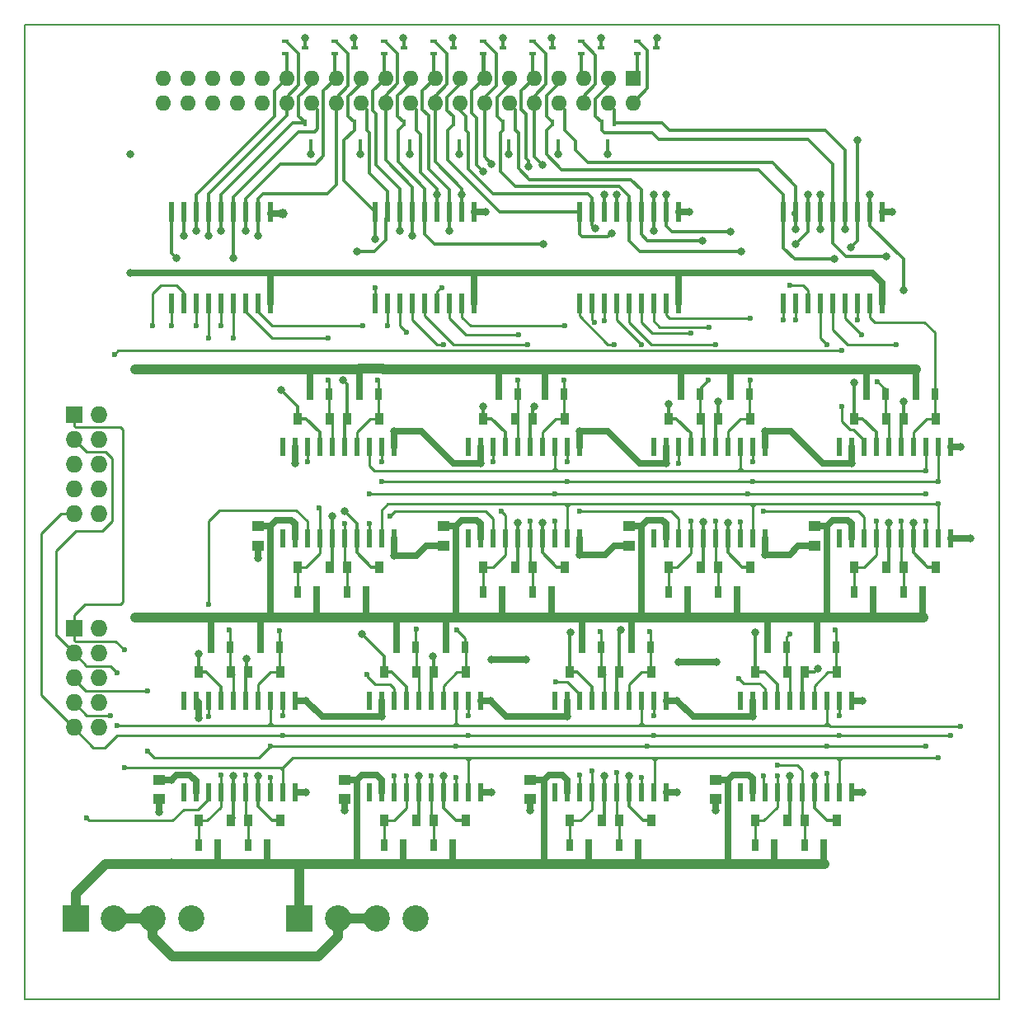
<source format=gbr>
%TF.GenerationSoftware,KiCad,Pcbnew,4.0.7*%
%TF.CreationDate,2018-06-26T23:45:36-04:00*%
%TF.ProjectId,column_driver,636F6C756D6E5F6472697665722E6B69,rev?*%
%TF.FileFunction,Copper,L1,Top,Signal*%
%FSLAX46Y46*%
G04 Gerber Fmt 4.6, Leading zero omitted, Abs format (unit mm)*
G04 Created by KiCad (PCBNEW 4.0.7) date Tuesday, June 26, 2018 'PMt' 11:45:36 PM*
%MOMM*%
%LPD*%
G01*
G04 APERTURE LIST*
%ADD10C,0.100000*%
%ADD11C,0.150000*%
%ADD12R,1.250000X1.000000*%
%ADD13R,2.700000X2.700000*%
%ADD14C,2.700000*%
%ADD15R,1.727200X1.727200*%
%ADD16O,1.727200X1.727200*%
%ADD17R,0.600000X1.950000*%
%ADD18R,0.600000X2.000000*%
%ADD19R,0.900000X1.200000*%
%ADD20R,0.700000X0.450000*%
%ADD21R,0.450000X0.700000*%
%ADD22R,0.700000X1.300000*%
%ADD23R,1.600000X1.600000*%
%ADD24O,1.600000X1.600000*%
%ADD25C,0.800000*%
%ADD26C,1.000000*%
%ADD27C,0.600000*%
%ADD28C,0.650000*%
%ADD29C,1.000000*%
%ADD30C,0.360000*%
%ADD31C,0.400000*%
%ADD32C,0.250000*%
G04 APERTURE END LIST*
D10*
D11*
X25000000Y-25000000D02*
X25000000Y-125000000D01*
X25000000Y-125000000D02*
X125000000Y-125000000D01*
X125000000Y-25000000D02*
X125000000Y-125000000D01*
X25000000Y-25000000D02*
X125000000Y-25000000D01*
D12*
X48895000Y-76470000D03*
X48895000Y-78470000D03*
X95885000Y-102505000D03*
X95885000Y-104505000D03*
X76835000Y-102505000D03*
X76835000Y-104505000D03*
D13*
X30180000Y-116713000D03*
D14*
X34140000Y-116713000D03*
X38100000Y-116713000D03*
X42060000Y-116713000D03*
D13*
X53190000Y-116713000D03*
D14*
X57150000Y-116713000D03*
X61110000Y-116713000D03*
X65070000Y-116713000D03*
D15*
X30000000Y-65000000D03*
D16*
X32540000Y-65000000D03*
X30000000Y-67540000D03*
X32540000Y-67540000D03*
X30000000Y-70080000D03*
X32540000Y-70080000D03*
X30000000Y-72620000D03*
X32540000Y-72620000D03*
X30000000Y-75160000D03*
X32540000Y-75160000D03*
D15*
X30022800Y-86969600D03*
D16*
X32562800Y-86969600D03*
X30022800Y-89509600D03*
X32562800Y-89509600D03*
X30022800Y-92049600D03*
X32562800Y-92049600D03*
X30022800Y-94589600D03*
X32562800Y-94589600D03*
X30022800Y-97129600D03*
X32562800Y-97129600D03*
D17*
X41275000Y-103760000D03*
X42545000Y-103760000D03*
X43815000Y-103760000D03*
X45085000Y-103760000D03*
X46355000Y-103760000D03*
X47625000Y-103760000D03*
X48895000Y-103760000D03*
X50165000Y-103760000D03*
X51435000Y-103760000D03*
X52705000Y-103760000D03*
X52705000Y-94360000D03*
X51435000Y-94360000D03*
X50165000Y-94360000D03*
X48895000Y-94360000D03*
X47625000Y-94360000D03*
X46355000Y-94360000D03*
X45085000Y-94360000D03*
X43815000Y-94360000D03*
X42545000Y-94360000D03*
X41275000Y-94360000D03*
X51435000Y-77725000D03*
X52705000Y-77725000D03*
X53975000Y-77725000D03*
X55245000Y-77725000D03*
X56515000Y-77725000D03*
X57785000Y-77725000D03*
X59055000Y-77725000D03*
X60325000Y-77725000D03*
X61595000Y-77725000D03*
X62865000Y-77725000D03*
X62865000Y-68325000D03*
X61595000Y-68325000D03*
X60325000Y-68325000D03*
X59055000Y-68325000D03*
X57785000Y-68325000D03*
X56515000Y-68325000D03*
X55245000Y-68325000D03*
X53975000Y-68325000D03*
X52705000Y-68325000D03*
X51435000Y-68325000D03*
D18*
X40005000Y-53595000D03*
X41275000Y-53595000D03*
X42545000Y-53595000D03*
X43815000Y-53595000D03*
X45085000Y-53595000D03*
X46355000Y-53595000D03*
X47625000Y-53595000D03*
X48895000Y-53595000D03*
X50165000Y-53595000D03*
X50165000Y-44195000D03*
X48895000Y-44195000D03*
X47625000Y-44195000D03*
X46355000Y-44195000D03*
X45085000Y-44195000D03*
X43815000Y-44195000D03*
X42545000Y-44195000D03*
X41275000Y-44195000D03*
X40005000Y-44195000D03*
D17*
X60325000Y-103760000D03*
X61595000Y-103760000D03*
X62865000Y-103760000D03*
X64135000Y-103760000D03*
X65405000Y-103760000D03*
X66675000Y-103760000D03*
X67945000Y-103760000D03*
X69215000Y-103760000D03*
X70485000Y-103760000D03*
X71755000Y-103760000D03*
X71755000Y-94360000D03*
X70485000Y-94360000D03*
X69215000Y-94360000D03*
X67945000Y-94360000D03*
X66675000Y-94360000D03*
X65405000Y-94360000D03*
X64135000Y-94360000D03*
X62865000Y-94360000D03*
X61595000Y-94360000D03*
X60325000Y-94360000D03*
X70485000Y-77725000D03*
X71755000Y-77725000D03*
X73025000Y-77725000D03*
X74295000Y-77725000D03*
X75565000Y-77725000D03*
X76835000Y-77725000D03*
X78105000Y-77725000D03*
X79375000Y-77725000D03*
X80645000Y-77725000D03*
X81915000Y-77725000D03*
X81915000Y-68325000D03*
X80645000Y-68325000D03*
X79375000Y-68325000D03*
X78105000Y-68325000D03*
X76835000Y-68325000D03*
X75565000Y-68325000D03*
X74295000Y-68325000D03*
X73025000Y-68325000D03*
X71755000Y-68325000D03*
X70485000Y-68325000D03*
D18*
X60960000Y-53595000D03*
X62230000Y-53595000D03*
X63500000Y-53595000D03*
X64770000Y-53595000D03*
X66040000Y-53595000D03*
X67310000Y-53595000D03*
X68580000Y-53595000D03*
X69850000Y-53595000D03*
X71120000Y-53595000D03*
X71120000Y-44195000D03*
X69850000Y-44195000D03*
X68580000Y-44195000D03*
X67310000Y-44195000D03*
X66040000Y-44195000D03*
X64770000Y-44195000D03*
X63500000Y-44195000D03*
X62230000Y-44195000D03*
X60960000Y-44195000D03*
D17*
X79375000Y-103760000D03*
X80645000Y-103760000D03*
X81915000Y-103760000D03*
X83185000Y-103760000D03*
X84455000Y-103760000D03*
X85725000Y-103760000D03*
X86995000Y-103760000D03*
X88265000Y-103760000D03*
X89535000Y-103760000D03*
X90805000Y-103760000D03*
X90805000Y-94360000D03*
X89535000Y-94360000D03*
X88265000Y-94360000D03*
X86995000Y-94360000D03*
X85725000Y-94360000D03*
X84455000Y-94360000D03*
X83185000Y-94360000D03*
X81915000Y-94360000D03*
X80645000Y-94360000D03*
X79375000Y-94360000D03*
X89535000Y-77725000D03*
X90805000Y-77725000D03*
X92075000Y-77725000D03*
X93345000Y-77725000D03*
X94615000Y-77725000D03*
X95885000Y-77725000D03*
X97155000Y-77725000D03*
X98425000Y-77725000D03*
X99695000Y-77725000D03*
X100965000Y-77725000D03*
X100965000Y-68325000D03*
X99695000Y-68325000D03*
X98425000Y-68325000D03*
X97155000Y-68325000D03*
X95885000Y-68325000D03*
X94615000Y-68325000D03*
X93345000Y-68325000D03*
X92075000Y-68325000D03*
X90805000Y-68325000D03*
X89535000Y-68325000D03*
D18*
X81915000Y-53595000D03*
X83185000Y-53595000D03*
X84455000Y-53595000D03*
X85725000Y-53595000D03*
X86995000Y-53595000D03*
X88265000Y-53595000D03*
X89535000Y-53595000D03*
X90805000Y-53595000D03*
X92075000Y-53595000D03*
X92075000Y-44195000D03*
X90805000Y-44195000D03*
X89535000Y-44195000D03*
X88265000Y-44195000D03*
X86995000Y-44195000D03*
X85725000Y-44195000D03*
X84455000Y-44195000D03*
X83185000Y-44195000D03*
X81915000Y-44195000D03*
D17*
X98425000Y-103760000D03*
X99695000Y-103760000D03*
X100965000Y-103760000D03*
X102235000Y-103760000D03*
X103505000Y-103760000D03*
X104775000Y-103760000D03*
X106045000Y-103760000D03*
X107315000Y-103760000D03*
X108585000Y-103760000D03*
X109855000Y-103760000D03*
X109855000Y-94360000D03*
X108585000Y-94360000D03*
X107315000Y-94360000D03*
X106045000Y-94360000D03*
X104775000Y-94360000D03*
X103505000Y-94360000D03*
X102235000Y-94360000D03*
X100965000Y-94360000D03*
X99695000Y-94360000D03*
X98425000Y-94360000D03*
X108585000Y-77725000D03*
X109855000Y-77725000D03*
X111125000Y-77725000D03*
X112395000Y-77725000D03*
X113665000Y-77725000D03*
X114935000Y-77725000D03*
X116205000Y-77725000D03*
X117475000Y-77725000D03*
X118745000Y-77725000D03*
X120015000Y-77725000D03*
X120015000Y-68325000D03*
X118745000Y-68325000D03*
X117475000Y-68325000D03*
X116205000Y-68325000D03*
X114935000Y-68325000D03*
X113665000Y-68325000D03*
X112395000Y-68325000D03*
X111125000Y-68325000D03*
X109855000Y-68325000D03*
X108585000Y-68325000D03*
D18*
X102870000Y-53595000D03*
X104140000Y-53595000D03*
X105410000Y-53595000D03*
X106680000Y-53595000D03*
X107950000Y-53595000D03*
X109220000Y-53595000D03*
X110490000Y-53595000D03*
X111760000Y-53595000D03*
X113030000Y-53595000D03*
X113030000Y-44195000D03*
X111760000Y-44195000D03*
X110490000Y-44195000D03*
X109220000Y-44195000D03*
X107950000Y-44195000D03*
X106680000Y-44195000D03*
X105410000Y-44195000D03*
X104140000Y-44195000D03*
X102870000Y-44195000D03*
D19*
X110110000Y-65405000D03*
X113410000Y-65405000D03*
X115190000Y-65405000D03*
X118490000Y-65405000D03*
X118490000Y-80645000D03*
X115190000Y-80645000D03*
X113410000Y-80645000D03*
X110110000Y-80645000D03*
X99950000Y-91440000D03*
X103250000Y-91440000D03*
X105030000Y-91440000D03*
X108330000Y-91440000D03*
X108330000Y-106680000D03*
X105030000Y-106680000D03*
X103250000Y-106680000D03*
X99950000Y-106680000D03*
X91060000Y-65405000D03*
X94360000Y-65405000D03*
X96140000Y-65405000D03*
X99440000Y-65405000D03*
X99440000Y-80645000D03*
X96140000Y-80645000D03*
X94360000Y-80645000D03*
X91060000Y-80645000D03*
X80900000Y-91440000D03*
X84200000Y-91440000D03*
X85980000Y-91440000D03*
X89280000Y-91440000D03*
X89280000Y-106680000D03*
X85980000Y-106680000D03*
X84200000Y-106680000D03*
X80900000Y-106680000D03*
X72010000Y-65405000D03*
X75310000Y-65405000D03*
X77090000Y-65405000D03*
X80390000Y-65405000D03*
X80390000Y-80645000D03*
X77090000Y-80645000D03*
X75310000Y-80645000D03*
X72010000Y-80645000D03*
X61850000Y-91440000D03*
X65150000Y-91440000D03*
X66930000Y-91440000D03*
X70230000Y-91440000D03*
X70230000Y-106680000D03*
X66930000Y-106680000D03*
X65150000Y-106680000D03*
X61850000Y-106680000D03*
X52960000Y-65405000D03*
X56260000Y-65405000D03*
X56260000Y-80645000D03*
X52960000Y-80645000D03*
X42800000Y-91440000D03*
X46100000Y-91440000D03*
X47880000Y-91440000D03*
X51180000Y-91440000D03*
X51180000Y-106680000D03*
X47880000Y-106680000D03*
X46100000Y-106680000D03*
X42800000Y-106680000D03*
D12*
X38735000Y-102505000D03*
X38735000Y-104505000D03*
X57785000Y-102505000D03*
X57785000Y-104505000D03*
X67945000Y-76470000D03*
X67945000Y-78470000D03*
X86995000Y-76470000D03*
X86995000Y-78470000D03*
X106045000Y-76470000D03*
X106045000Y-78470000D03*
D20*
X51705000Y-26655000D03*
X51705000Y-27955000D03*
X53705000Y-27305000D03*
D21*
X55006000Y-35068000D03*
X53706000Y-35068000D03*
X54356000Y-37068000D03*
D20*
X56785000Y-26655000D03*
X56785000Y-27955000D03*
X58785000Y-27305000D03*
D21*
X60086000Y-35068000D03*
X58786000Y-35068000D03*
X59436000Y-37068000D03*
D20*
X61865000Y-26655000D03*
X61865000Y-27955000D03*
X63865000Y-27305000D03*
D21*
X65166000Y-35068000D03*
X63866000Y-35068000D03*
X64516000Y-37068000D03*
D20*
X66945000Y-26655000D03*
X66945000Y-27955000D03*
X68945000Y-27305000D03*
D21*
X70246000Y-35068000D03*
X68946000Y-35068000D03*
X69596000Y-37068000D03*
D20*
X72025000Y-26655000D03*
X72025000Y-27955000D03*
X74025000Y-27305000D03*
D21*
X75326000Y-35068000D03*
X74026000Y-35068000D03*
X74676000Y-37068000D03*
D20*
X77105000Y-26655000D03*
X77105000Y-27955000D03*
X79105000Y-27305000D03*
D21*
X80406000Y-35068000D03*
X79106000Y-35068000D03*
X79756000Y-37068000D03*
D20*
X82125000Y-26655000D03*
X82125000Y-27955000D03*
X84125000Y-27305000D03*
D21*
X85486000Y-35068000D03*
X84186000Y-35068000D03*
X84836000Y-37068000D03*
D20*
X87840000Y-26655000D03*
X87840000Y-27955000D03*
X89840000Y-27305000D03*
D22*
X44135000Y-88900000D03*
X46035000Y-88900000D03*
X49215000Y-88900000D03*
X51115000Y-88900000D03*
X49845000Y-109220000D03*
X47945000Y-109220000D03*
X44765000Y-109220000D03*
X42865000Y-109220000D03*
X53025000Y-83185000D03*
X54925000Y-83185000D03*
X58105000Y-83185000D03*
X60005000Y-83185000D03*
X61275000Y-62865000D03*
X59375000Y-62865000D03*
X56195000Y-62865000D03*
X54295000Y-62865000D03*
X63185000Y-88900000D03*
X65085000Y-88900000D03*
X68265000Y-88900000D03*
X70165000Y-88900000D03*
X68895000Y-109220000D03*
X66995000Y-109220000D03*
X63815000Y-109220000D03*
X61915000Y-109220000D03*
X72075000Y-83185000D03*
X73975000Y-83185000D03*
X79055000Y-83185000D03*
X77155000Y-83185000D03*
X80325000Y-62865000D03*
X78425000Y-62865000D03*
X75560000Y-62865000D03*
X73660000Y-62865000D03*
X82235000Y-88900000D03*
X84135000Y-88900000D03*
X87315000Y-88900000D03*
X89215000Y-88900000D03*
X87945000Y-109220000D03*
X86045000Y-109220000D03*
X82865000Y-109220000D03*
X80965000Y-109220000D03*
X91125000Y-83185000D03*
X93025000Y-83185000D03*
X96205000Y-83185000D03*
X98105000Y-83185000D03*
X99375000Y-62865000D03*
X97475000Y-62865000D03*
X94295000Y-62865000D03*
X92395000Y-62865000D03*
X101285000Y-88900000D03*
X103185000Y-88900000D03*
X106365000Y-88900000D03*
X108265000Y-88900000D03*
X106995000Y-109220000D03*
X105095000Y-109220000D03*
X101915000Y-109220000D03*
X100015000Y-109220000D03*
X110175000Y-83185000D03*
X112075000Y-83185000D03*
X117155000Y-83185000D03*
X115255000Y-83185000D03*
X118425000Y-62865000D03*
X116525000Y-62865000D03*
X113345000Y-62865000D03*
X111445000Y-62865000D03*
D19*
X58040000Y-65405000D03*
X61340000Y-65405000D03*
X61340000Y-80645000D03*
X58040000Y-80645000D03*
D23*
X87404000Y-30480000D03*
D24*
X87404000Y-33020000D03*
X84864000Y-30480000D03*
X84864000Y-33020000D03*
X82324000Y-30480000D03*
X82324000Y-33020000D03*
X79784000Y-30480000D03*
X79784000Y-33020000D03*
X77244000Y-30480000D03*
X77244000Y-33020000D03*
X74704000Y-30480000D03*
X74704000Y-33020000D03*
X72164000Y-30480000D03*
X72164000Y-33020000D03*
X69624000Y-30480000D03*
X69624000Y-33020000D03*
X67084000Y-30480000D03*
X67084000Y-33020000D03*
X64544000Y-30480000D03*
X64544000Y-33020000D03*
X62004000Y-30480000D03*
X62004000Y-33020000D03*
X59464000Y-30480000D03*
X59464000Y-33020000D03*
X56924000Y-30480000D03*
X56924000Y-33020000D03*
X54384000Y-30480000D03*
X54384000Y-33020000D03*
X51844000Y-30480000D03*
X51844000Y-33020000D03*
X49304000Y-30480000D03*
X49304000Y-33020000D03*
X46764000Y-30480000D03*
X46764000Y-33020000D03*
X44224000Y-30480000D03*
X44224000Y-33020000D03*
X41684000Y-30480000D03*
X41684000Y-33020000D03*
X39144000Y-30480000D03*
X39144000Y-33020000D03*
D25*
X92075000Y-90424000D03*
X96012000Y-90424002D03*
X72898000Y-90170000D03*
X76454000Y-90170000D03*
X40010000Y-110993000D03*
X40010000Y-102505000D03*
X36322000Y-85852000D03*
X36322000Y-60325000D03*
X36322000Y-111125000D03*
X122072400Y-77724000D03*
X61595000Y-96012000D03*
X99695000Y-96012000D03*
X80645000Y-96012000D03*
X72263000Y-44196000D03*
X62865000Y-66675000D03*
X62865000Y-79502000D03*
X52705000Y-69977004D03*
X81915000Y-79375000D03*
X81915000Y-66675000D03*
X100965000Y-66675000D03*
X100965000Y-79375000D03*
X114046000Y-44196000D03*
X93218000Y-44196000D03*
X42867010Y-96125990D03*
X71755000Y-69977000D03*
X48895000Y-79756000D03*
X90805000Y-69977000D03*
X109855000Y-69977000D03*
X121031000Y-68326000D03*
X38735000Y-105791000D03*
X57785000Y-105664000D03*
X76835000Y-105664000D03*
X95885000Y-105664000D03*
X91948000Y-94361000D03*
X72771000Y-94361000D03*
X91948000Y-103759000D03*
X72898000Y-103759000D03*
X53848000Y-94361000D03*
X53848004Y-103759000D03*
X110998000Y-103759000D03*
X110998000Y-94361000D03*
D26*
X51435000Y-44323000D03*
D25*
X41275000Y-46609000D03*
X46355000Y-102108000D03*
X40513000Y-48895000D03*
X40513000Y-48895000D03*
X48895000Y-102108000D03*
X43815000Y-46609000D03*
X47752000Y-90043000D03*
X42544998Y-46101000D03*
X42799000Y-89535000D03*
X46355000Y-48895000D03*
X56515000Y-75438000D03*
X57785000Y-74930000D03*
X45085000Y-46101000D03*
X57658000Y-61468000D03*
X48894998Y-46609000D03*
X47625000Y-46101000D03*
X51308000Y-62484000D03*
X65405000Y-102107994D03*
X59055000Y-48260000D03*
X67945000Y-102108000D03*
X60960000Y-46990000D03*
X66903600Y-89814400D03*
X64770000Y-46609000D03*
X63500000Y-46101000D03*
X59563000Y-87503000D03*
X75565000Y-76073000D03*
X67310000Y-42418000D03*
X78105000Y-76072996D03*
X78232000Y-47498000D03*
X69850000Y-42418000D03*
X77324990Y-64135000D03*
X68580000Y-46101000D03*
X72009000Y-64135000D03*
X84455000Y-102108004D03*
X83584010Y-45846999D03*
X86995000Y-102108002D03*
X85217000Y-46355000D03*
X72898000Y-39243000D03*
X85725000Y-42418000D03*
X86196000Y-87122000D03*
X72009000Y-40005000D03*
X84455000Y-42418000D03*
X81026000Y-87376000D03*
X94538800Y-47117000D03*
X94640400Y-76047600D03*
X98552000Y-48260000D03*
X97155000Y-76073000D03*
X78105000Y-39370000D03*
X90805000Y-42418000D03*
X97409000Y-46228000D03*
X96139000Y-63627000D03*
X76682600Y-39522400D03*
X89535000Y-42418000D03*
X89535002Y-46101000D03*
X91059000Y-63881000D03*
X104140000Y-45973996D03*
X103505004Y-102108000D03*
X106045000Y-102107994D03*
X108077004Y-49022000D03*
X106680000Y-42418008D03*
X106680000Y-45974000D03*
X106426000Y-91059000D03*
X104140000Y-47498000D03*
X105410000Y-42418000D03*
X99948998Y-87376000D03*
X113665000Y-76073000D03*
X109220000Y-45974000D03*
X113436400Y-48717200D03*
X116205000Y-76073000D03*
X111760000Y-42417994D03*
X115189000Y-63627000D03*
X115189000Y-52197000D03*
X109804201Y-47853599D03*
X110490000Y-36830002D03*
X110109000Y-61722000D03*
X35814000Y-50418998D03*
X35814000Y-38227000D03*
X84792590Y-38252400D03*
X79781400Y-38252400D03*
X53721000Y-26314400D03*
X74676000Y-38252400D03*
X69621400Y-38252400D03*
X64541400Y-38252400D03*
X54330600Y-38252400D03*
X59436000Y-38252400D03*
X58775604Y-26314400D03*
X63855600Y-26314400D03*
X68935600Y-26314400D03*
X74066398Y-26314400D03*
X79095598Y-26314400D03*
X84124800Y-26314398D03*
X89865200Y-26314400D03*
D27*
X35179000Y-89154000D03*
X35179000Y-101219000D03*
X118745002Y-74168000D03*
X118745000Y-100202996D03*
X34467800Y-91490800D03*
X34467800Y-96900998D03*
X121031002Y-97053400D03*
X117475000Y-70739000D03*
X79375000Y-75946000D03*
X107315000Y-101854000D03*
X98425000Y-75996800D03*
X37592000Y-93345000D03*
X37592000Y-99568000D03*
X60325000Y-73152004D03*
X79375000Y-73152000D03*
X117475000Y-73152000D03*
X99187000Y-73152000D03*
X117475000Y-75946000D03*
X117475002Y-99060000D03*
X107315000Y-99060000D03*
X88899998Y-99060000D03*
X50165000Y-99060000D03*
X69215000Y-99060000D03*
X50165000Y-102235000D03*
X60325000Y-76200000D03*
X69215000Y-102235000D03*
X88265000Y-102235000D03*
X31292808Y-106375200D03*
X120015000Y-97917000D03*
X118745000Y-71882000D03*
X108585000Y-95885000D03*
X108585000Y-97917000D03*
X61595000Y-71882000D03*
X80645000Y-71882000D03*
X99695000Y-71882000D03*
X61595000Y-69850000D03*
X80645000Y-69850000D03*
X99695000Y-69850000D03*
X51435000Y-95885000D03*
X70485000Y-95885000D03*
X89535000Y-95885000D03*
X70485000Y-97917000D03*
X89535000Y-97917000D03*
X51435000Y-97917000D03*
X33782000Y-95885000D03*
X108839000Y-58420000D03*
X34163000Y-58801000D03*
X108839000Y-64135000D03*
X43815000Y-96012000D03*
X43815000Y-84455000D03*
X62865000Y-102108000D03*
X53975000Y-69850000D03*
X62484000Y-75438000D03*
X60071000Y-91694000D03*
X73025002Y-69850000D03*
X81915000Y-101981000D03*
X79502000Y-92456000D03*
X81915000Y-74930000D03*
X100838000Y-102108000D03*
X92075000Y-69977000D03*
X100838000Y-74930000D03*
X98298000Y-92075000D03*
X110489996Y-55245000D03*
X112522000Y-61595000D03*
X114427000Y-57785000D03*
X114934996Y-75946000D03*
X110871000Y-56769002D03*
X112395000Y-75946000D03*
X103495010Y-87503000D03*
X103505010Y-51689000D03*
X107315000Y-57785000D03*
X108204000Y-87122000D03*
X102870004Y-55245000D03*
X102235000Y-100965000D03*
X102235000Y-102108006D03*
X104140000Y-55245000D03*
X95250000Y-56007000D03*
X95168000Y-61468000D03*
X99441000Y-55118000D03*
X99441000Y-61468000D03*
X95885000Y-57785000D03*
X95885000Y-75946000D03*
X93345000Y-56642000D03*
X93345000Y-75946000D03*
X84028990Y-87249000D03*
X84455000Y-55372000D03*
X88265000Y-57785000D03*
X89154000Y-87249000D03*
X85471000Y-57785000D03*
X85725000Y-101727000D03*
X83484010Y-55499000D03*
X83185000Y-101600000D03*
X75692000Y-56769000D03*
X75610010Y-61468000D03*
X80391000Y-55879998D03*
X80365600Y-61417200D03*
X76581000Y-57785000D03*
X76835000Y-75946000D03*
X67818000Y-51943004D03*
X73914000Y-74930000D03*
X65196010Y-86995000D03*
X64134996Y-56515000D03*
X67945000Y-57785000D03*
X69342000Y-87122000D03*
X66675000Y-102108000D03*
X60960000Y-51943000D03*
X64135000Y-102108000D03*
X62229998Y-55880000D03*
X56134000Y-57150000D03*
X56133996Y-61468000D03*
X46355000Y-57150000D03*
X55208660Y-74585340D03*
X45999400Y-87122000D03*
X42545000Y-55880000D03*
X51104800Y-87172800D03*
X43815000Y-57150000D03*
X40005000Y-55880000D03*
X47625000Y-101981000D03*
X38100000Y-55880000D03*
X45085000Y-101981000D03*
X61213996Y-61468000D03*
X59690000Y-55880000D03*
X45085000Y-55880000D03*
X57785000Y-76200000D03*
D28*
X92075002Y-90424002D02*
X92075000Y-90424000D01*
X96012000Y-90424002D02*
X92075002Y-90424002D01*
X72898000Y-90170000D02*
X76454000Y-90170000D01*
D29*
X59343001Y-60290999D02*
X61718001Y-60290999D01*
X59309000Y-60325000D02*
X59343001Y-60290999D01*
X61718001Y-60290999D02*
X61752002Y-60325000D01*
X61752002Y-60325000D02*
X73660000Y-60325000D01*
X44831000Y-111125000D02*
X39878000Y-111125000D01*
X39878000Y-111125000D02*
X36322000Y-111125000D01*
D28*
X40010000Y-110993000D02*
X39878000Y-111125000D01*
D29*
X49911000Y-111125000D02*
X53213000Y-111125000D01*
X53213000Y-111125000D02*
X59055000Y-111125000D01*
X53190000Y-116713000D02*
X53190000Y-111148000D01*
D28*
X53190000Y-111148000D02*
X53213000Y-111125000D01*
D29*
X59301999Y-60317999D02*
X59309000Y-60325000D01*
X54363001Y-60317999D02*
X59301999Y-60317999D01*
X54356000Y-60325000D02*
X54363001Y-60317999D01*
X59055000Y-111125000D02*
X63881000Y-111125000D01*
D28*
X59060000Y-102505000D02*
X59060000Y-111120000D01*
X59060000Y-111120000D02*
X59055000Y-111125000D01*
D29*
X82677000Y-111125000D02*
X78359000Y-111125000D01*
X78359000Y-111125000D02*
X68961000Y-111125000D01*
D28*
X78319998Y-102505000D02*
X78319998Y-111085998D01*
X78319998Y-111085998D02*
X78359000Y-111125000D01*
X97155000Y-111125000D02*
X97155000Y-102510000D01*
X97155000Y-102510000D02*
X97160000Y-102505000D01*
X99695000Y-103760000D02*
X99695000Y-102362000D01*
X99695000Y-102362000D02*
X99314000Y-101981000D01*
X99314000Y-101981000D02*
X97684000Y-101981000D01*
X97684000Y-101981000D02*
X97160000Y-102505000D01*
X97160000Y-102505000D02*
X95885000Y-102505000D01*
D29*
X101981000Y-111125000D02*
X97155000Y-111125000D01*
X97155000Y-111125000D02*
X87884000Y-111125000D01*
D28*
X106995000Y-109220000D02*
X106995000Y-111059000D01*
X106995000Y-111059000D02*
X107061000Y-111125000D01*
D29*
X107061000Y-111125000D02*
X101981000Y-111125000D01*
D28*
X101915000Y-109220000D02*
X101915000Y-111059000D01*
X101915000Y-111059000D02*
X101981000Y-111125000D01*
D29*
X78359000Y-60325000D02*
X92329000Y-60325000D01*
X92329000Y-60325000D02*
X97409000Y-60325000D01*
D28*
X92395000Y-62865000D02*
X92395000Y-60391000D01*
X92395000Y-60391000D02*
X92329000Y-60325000D01*
D29*
X93091000Y-85852000D02*
X98171000Y-85852000D01*
X98171000Y-85852000D02*
X101346000Y-85852000D01*
D28*
X98105000Y-83185000D02*
X98105000Y-85786000D01*
X98105000Y-85786000D02*
X98171000Y-85852000D01*
D29*
X88265000Y-85852000D02*
X93091000Y-85852000D01*
D28*
X93025000Y-83185000D02*
X93025000Y-85786000D01*
X93025000Y-85786000D02*
X93091000Y-85852000D01*
X50170000Y-76470000D02*
X50165000Y-76475000D01*
X50165000Y-76475000D02*
X50165000Y-85725000D01*
X50165000Y-85725000D02*
X50038000Y-85852000D01*
D29*
X49403000Y-85852000D02*
X50038000Y-85852000D01*
X50038000Y-85852000D02*
X54864000Y-85852000D01*
X68199000Y-85852000D02*
X69215000Y-85852000D01*
X69215000Y-85852000D02*
X74041000Y-85852000D01*
D28*
X69220000Y-76470000D02*
X69220000Y-85847000D01*
X69220000Y-85847000D02*
X69215000Y-85852000D01*
D29*
X87249000Y-85852000D02*
X88265000Y-85852000D01*
D28*
X88270000Y-76470000D02*
X88270000Y-85847000D01*
X88270000Y-85847000D02*
X88265000Y-85852000D01*
D29*
X106299000Y-85852000D02*
X107315000Y-85852000D01*
X107315000Y-85852000D02*
X111887000Y-85852000D01*
D28*
X107320000Y-76470000D02*
X107320000Y-77592000D01*
X107320000Y-77592000D02*
X107315000Y-77597000D01*
X107315000Y-77597000D02*
X107315000Y-85852000D01*
X106045000Y-76470000D02*
X107320000Y-76470000D01*
X107320000Y-76470000D02*
X107971000Y-75819000D01*
X107971000Y-75819000D02*
X109474000Y-75819000D01*
X109474000Y-75819000D02*
X109855000Y-76200000D01*
X109855000Y-76200000D02*
X109855000Y-77725000D01*
X86995000Y-76470000D02*
X88270000Y-76470000D01*
X88270000Y-76470000D02*
X88921000Y-75819000D01*
X88921000Y-75819000D02*
X90424000Y-75819000D01*
X90424000Y-75819000D02*
X90805000Y-76200000D01*
X90805000Y-76200000D02*
X90805000Y-77725000D01*
X67945000Y-76470000D02*
X69220000Y-76470000D01*
X71755000Y-76200000D02*
X71755000Y-77725000D01*
X69220000Y-76470000D02*
X69871000Y-75819000D01*
X69871000Y-75819000D02*
X71374000Y-75819000D01*
X71374000Y-75819000D02*
X71755000Y-76200000D01*
X48895000Y-76470000D02*
X50170000Y-76470000D01*
X50821000Y-75819000D02*
X52324000Y-75819000D01*
X50170000Y-76470000D02*
X50821000Y-75819000D01*
X52324000Y-75819000D02*
X52705000Y-76200000D01*
X52705000Y-76200000D02*
X52705000Y-77725000D01*
D29*
X36322000Y-60325000D02*
X54356000Y-60325000D01*
D28*
X54295000Y-62865000D02*
X54295000Y-60386000D01*
X54295000Y-60386000D02*
X54356000Y-60325000D01*
X59375000Y-62865000D02*
X59375000Y-60391000D01*
X59375000Y-60391000D02*
X59309000Y-60325000D01*
D29*
X73660000Y-60325000D02*
X78359000Y-60325000D01*
D28*
X73660000Y-62865000D02*
X73660000Y-60325000D01*
X78425000Y-62865000D02*
X78425000Y-60391000D01*
X78425000Y-60391000D02*
X78359000Y-60325000D01*
X116525000Y-62865000D02*
X116525000Y-60391000D01*
X116525000Y-60391000D02*
X116459000Y-60325000D01*
D29*
X111252000Y-60325000D02*
X116459000Y-60325000D01*
D28*
X111445000Y-62865000D02*
X111445000Y-60518000D01*
X111445000Y-60518000D02*
X111252000Y-60325000D01*
D29*
X97409000Y-60325000D02*
X111252000Y-60325000D01*
D28*
X97475000Y-62865000D02*
X97475000Y-60391000D01*
X97475000Y-60391000D02*
X97409000Y-60325000D01*
D29*
X36322000Y-85852000D02*
X44323000Y-85852000D01*
X44323000Y-85852000D02*
X49403000Y-85852000D01*
D28*
X44135000Y-88900000D02*
X44135000Y-86040000D01*
X44135000Y-86040000D02*
X44323000Y-85852000D01*
X49215000Y-88900000D02*
X49215000Y-86040000D01*
X49215000Y-86040000D02*
X49403000Y-85852000D01*
D29*
X54864000Y-85852000D02*
X60071000Y-85852000D01*
D28*
X54925000Y-83185000D02*
X54925000Y-85791000D01*
X54925000Y-85791000D02*
X54864000Y-85852000D01*
D29*
X60071000Y-85852000D02*
X63246000Y-85852000D01*
D28*
X60005000Y-83185000D02*
X60005000Y-85786000D01*
X60005000Y-85786000D02*
X60071000Y-85852000D01*
D29*
X74041000Y-85852000D02*
X79121000Y-85852000D01*
X79121000Y-85852000D02*
X82296000Y-85852000D01*
D28*
X79055000Y-83185000D02*
X79055000Y-85786000D01*
X79055000Y-85786000D02*
X79121000Y-85852000D01*
X73975000Y-83185000D02*
X73975000Y-85786000D01*
X73975000Y-85786000D02*
X74041000Y-85852000D01*
D29*
X63246000Y-85852000D02*
X68199000Y-85852000D01*
D28*
X63185000Y-88900000D02*
X63185000Y-85913000D01*
X63185000Y-85913000D02*
X63246000Y-85852000D01*
X68265000Y-88900000D02*
X68265000Y-87600000D01*
X68265000Y-87600000D02*
X68199000Y-87534000D01*
X68199000Y-87534000D02*
X68199000Y-85852000D01*
X82235000Y-85913000D02*
X82296000Y-85852000D01*
D29*
X82296000Y-85852000D02*
X87249000Y-85852000D01*
D28*
X82235000Y-88900000D02*
X82235000Y-85913000D01*
X87315000Y-88900000D02*
X87315000Y-85918000D01*
X87315000Y-85918000D02*
X87249000Y-85852000D01*
D29*
X101346000Y-85852000D02*
X106299000Y-85852000D01*
D28*
X101285000Y-88900000D02*
X101285000Y-85913000D01*
X101285000Y-85913000D02*
X101346000Y-85852000D01*
X106365000Y-88900000D02*
X106365000Y-87600000D01*
X106365000Y-87600000D02*
X106299000Y-87534000D01*
X106299000Y-87534000D02*
X106299000Y-85852000D01*
D29*
X111887000Y-85852000D02*
X117221000Y-85852000D01*
D28*
X112075000Y-83185000D02*
X112075000Y-85664000D01*
X112075000Y-85664000D02*
X111887000Y-85852000D01*
X117155000Y-83185000D02*
X117155000Y-85786000D01*
X117155000Y-85786000D02*
X117221000Y-85852000D01*
D29*
X36322000Y-111125000D02*
X33274000Y-111125000D01*
X33274000Y-111125000D02*
X30180000Y-114219000D01*
X30180000Y-114219000D02*
X30180000Y-116713000D01*
X87884000Y-111125000D02*
X82677000Y-111125000D01*
D28*
X87945000Y-109220000D02*
X87945000Y-111064000D01*
X87945000Y-111064000D02*
X87884000Y-111125000D01*
X82865000Y-109220000D02*
X82865000Y-110937000D01*
X82865000Y-110937000D02*
X82677000Y-111125000D01*
D29*
X63881000Y-111125000D02*
X68961000Y-111125000D01*
D28*
X68895000Y-111059000D02*
X68961000Y-111125000D01*
X68895000Y-109220000D02*
X68895000Y-111059000D01*
X63815000Y-109220000D02*
X63815000Y-111059000D01*
X63815000Y-111059000D02*
X63881000Y-111125000D01*
D29*
X44831000Y-111125000D02*
X49911000Y-111125000D01*
D28*
X49845000Y-109220000D02*
X49845000Y-111059000D01*
X49845000Y-111059000D02*
X49911000Y-111125000D01*
X44765000Y-109220000D02*
X44765000Y-111059000D01*
X44765000Y-111059000D02*
X44831000Y-111125000D01*
X38735000Y-102505000D02*
X40010000Y-102505000D01*
X40010000Y-102505000D02*
X40534000Y-101981000D01*
X41910000Y-101981000D02*
X42545000Y-102616000D01*
X40534000Y-101981000D02*
X41910000Y-101981000D01*
X42545000Y-102616000D02*
X42545000Y-103760000D01*
X57785000Y-102505000D02*
X59060000Y-102505000D01*
X59060000Y-102505000D02*
X59584000Y-101981000D01*
X59584000Y-101981000D02*
X61087000Y-101981000D01*
X61087000Y-101981000D02*
X61595000Y-102489000D01*
X61595000Y-102489000D02*
X61595000Y-103760000D01*
X76835000Y-102505000D02*
X78319998Y-102505000D01*
X78319998Y-102505000D02*
X78843998Y-101981000D01*
X78843998Y-101981000D02*
X80137000Y-101981000D01*
X80137000Y-101981000D02*
X80645000Y-102489000D01*
X80645000Y-102489000D02*
X80645000Y-103760000D01*
X120015000Y-77725000D02*
X122071400Y-77725000D01*
X122071400Y-77725000D02*
X122072400Y-77724000D01*
X65151000Y-79502000D02*
X62865000Y-79502000D01*
X65151000Y-79502000D02*
X66183000Y-78470000D01*
X66183000Y-78470000D02*
X67945000Y-78470000D01*
X103505000Y-79375000D02*
X100965000Y-79375000D01*
X103505000Y-79375000D02*
X104410000Y-78470000D01*
X104410000Y-78470000D02*
X106045000Y-78470000D01*
X81915000Y-79375000D02*
X84582000Y-79375000D01*
X84582000Y-79375000D02*
X85487000Y-78470000D01*
X85487000Y-78470000D02*
X86995000Y-78470000D01*
X99695000Y-96012000D02*
X93599000Y-96012000D01*
X93599000Y-96012000D02*
X91948000Y-94361000D01*
X80645000Y-96012000D02*
X74422000Y-96012000D01*
X74422000Y-96012000D02*
X72771000Y-94361000D01*
X61595000Y-96012000D02*
X55499000Y-96012000D01*
X55499000Y-96012000D02*
X53848000Y-94361000D01*
X61595000Y-94360000D02*
X61595000Y-96012000D01*
X99695000Y-94360000D02*
X99695000Y-96012000D01*
X80645000Y-94360000D02*
X80645000Y-96012000D01*
X109855000Y-69977000D02*
X106934000Y-69977000D01*
X106934000Y-69977000D02*
X103632000Y-66675000D01*
X103632000Y-66675000D02*
X100965000Y-66675000D01*
X88138000Y-69977000D02*
X84836000Y-66675000D01*
X84836000Y-66675000D02*
X81915000Y-66675000D01*
X90805000Y-69977000D02*
X88138000Y-69977000D01*
X68961000Y-69977000D02*
X65659000Y-66675000D01*
X65659000Y-66675000D02*
X62865000Y-66675000D01*
X71755000Y-69977000D02*
X68961000Y-69977000D01*
X72262000Y-44195000D02*
X72263000Y-44196000D01*
X71120000Y-44195000D02*
X72262000Y-44195000D01*
X62865000Y-68325000D02*
X62865000Y-66675000D01*
X62865000Y-77725000D02*
X62865000Y-79502000D01*
X52705000Y-68325000D02*
X52705000Y-69977004D01*
X81915000Y-77725000D02*
X81915000Y-79375000D01*
X81915000Y-68325000D02*
X81915000Y-66675000D01*
X100965000Y-68325000D02*
X100965000Y-66675000D01*
X100965000Y-77725000D02*
X100965000Y-79375000D01*
X113030000Y-44195000D02*
X114045000Y-44195000D01*
X114045000Y-44195000D02*
X114046000Y-44196000D01*
X92075000Y-44195000D02*
X93217000Y-44195000D01*
X93217000Y-44195000D02*
X93218000Y-44196000D01*
X62865000Y-68325000D02*
X62866000Y-68326000D01*
X62865000Y-77725000D02*
X62866000Y-77724000D01*
X42672000Y-94360000D02*
X42867010Y-94555010D01*
X42867010Y-94555010D02*
X42867010Y-96125990D01*
X71755000Y-68325000D02*
X71755000Y-69977000D01*
X48895000Y-78470000D02*
X48895000Y-79756000D01*
X90805000Y-68325000D02*
X90805000Y-69977000D01*
X109855000Y-68325000D02*
X109855000Y-69977000D01*
X120015000Y-68325000D02*
X121030000Y-68325000D01*
X121030000Y-68325000D02*
X121031000Y-68326000D01*
X38735000Y-104505000D02*
X38735000Y-105791000D01*
X57785000Y-104505000D02*
X57785000Y-105664000D01*
X76835000Y-104505000D02*
X76835000Y-105664000D01*
X95885000Y-104505000D02*
X95885000Y-105664000D01*
X90805000Y-94360000D02*
X91947000Y-94360000D01*
X91947000Y-94360000D02*
X91948000Y-94361000D01*
X71755000Y-94360000D02*
X72770000Y-94360000D01*
X72770000Y-94360000D02*
X72771000Y-94361000D01*
X90805000Y-103760000D02*
X91947000Y-103760000D01*
X91947000Y-103760000D02*
X91948000Y-103759000D01*
X71882000Y-103760000D02*
X72897000Y-103760000D01*
X72897000Y-103760000D02*
X72898000Y-103759000D01*
X53847000Y-94360000D02*
X53848000Y-94361000D01*
X52832000Y-94360000D02*
X53847000Y-94360000D01*
X53847004Y-103760000D02*
X53848004Y-103759000D01*
X52832000Y-103760000D02*
X53847004Y-103760000D01*
X109982000Y-103760000D02*
X110997000Y-103760000D01*
X110997000Y-103760000D02*
X110998000Y-103759000D01*
X109982000Y-94360000D02*
X110997000Y-94360000D01*
X110997000Y-94360000D02*
X110998000Y-94361000D01*
X50165000Y-44322000D02*
X51434000Y-44322000D01*
X51434000Y-44322000D02*
X51435000Y-44323000D01*
D30*
X41275000Y-46609000D02*
X41275000Y-44322000D01*
X46355000Y-103760000D02*
X46355000Y-102108000D01*
X46355000Y-103760000D02*
X46355000Y-106425000D01*
X46355000Y-106425000D02*
X46100000Y-106680000D01*
X46482000Y-106425000D02*
X46227000Y-106680000D01*
X40005000Y-44322000D02*
X40005000Y-48387000D01*
X40005000Y-48387000D02*
X40513000Y-48895000D01*
X48895000Y-103760000D02*
X48895000Y-102108000D01*
X48895000Y-103760000D02*
X48895000Y-105205000D01*
X48895000Y-105205000D02*
X50370000Y-106680000D01*
X50370000Y-106680000D02*
X51180000Y-106680000D01*
X51844000Y-33020000D02*
X51844000Y-32433200D01*
X53111400Y-31165800D02*
X53111400Y-27936400D01*
X51844000Y-32433200D02*
X53111400Y-31165800D01*
X53111400Y-27936400D02*
X51830000Y-26655000D01*
X51830000Y-26655000D02*
X51705000Y-26655000D01*
X43815000Y-46609000D02*
X43815000Y-44195000D01*
X43815000Y-42291000D02*
X43815000Y-44195000D01*
X51844000Y-33020000D02*
X51844000Y-34262000D01*
X51844000Y-34262000D02*
X43815000Y-42291000D01*
X47752000Y-90043000D02*
X47752000Y-91312000D01*
X47752000Y-91312000D02*
X47880000Y-91440000D01*
X47625000Y-94360000D02*
X47625000Y-91695000D01*
X47625000Y-91695000D02*
X47880000Y-91440000D01*
X51866800Y-32461200D02*
X51866800Y-32997200D01*
X42545000Y-46100998D02*
X42544998Y-46101000D01*
X42545000Y-44195000D02*
X42545000Y-46100998D01*
X42545000Y-42418000D02*
X42545000Y-44195000D01*
X50574000Y-31750000D02*
X50574000Y-34389000D01*
X50574000Y-34389000D02*
X42545000Y-42418000D01*
X51844000Y-30480000D02*
X50574000Y-31750000D01*
X42799000Y-89535000D02*
X42799000Y-91439000D01*
X42799000Y-91439000D02*
X42800000Y-91440000D01*
X45085000Y-94360000D02*
X45085000Y-92915000D01*
X45085000Y-92915000D02*
X43610000Y-91440000D01*
X43610000Y-91440000D02*
X42800000Y-91440000D01*
X51844000Y-30480000D02*
X51844000Y-28094000D01*
X51844000Y-28094000D02*
X51705000Y-27955000D01*
X51705000Y-30341000D02*
X51844000Y-30480000D01*
X46355000Y-42672000D02*
X46355000Y-44195000D01*
X46355000Y-48895000D02*
X46355000Y-44195000D01*
X55006000Y-35672000D02*
X55006000Y-35068000D01*
X46355000Y-42672000D02*
X53086000Y-35941000D01*
X53086000Y-35941000D02*
X54737000Y-35941000D01*
X54737000Y-35941000D02*
X55006000Y-35672000D01*
X56515000Y-77725000D02*
X56515000Y-75438000D01*
X56515000Y-77725000D02*
X56515000Y-80390000D01*
X56515000Y-80390000D02*
X56260000Y-80645000D01*
X55006000Y-35068000D02*
X55006000Y-33642000D01*
X55006000Y-33642000D02*
X54384000Y-33020000D01*
X45085000Y-42418000D02*
X45085000Y-44195000D01*
X45085000Y-46101000D02*
X45085000Y-44195000D01*
X59055000Y-77725000D02*
X59055000Y-76200000D01*
X59055000Y-76200000D02*
X57785000Y-74930000D01*
X53706000Y-35068000D02*
X53706000Y-34943000D01*
X53706000Y-34943000D02*
X53111400Y-34348400D01*
X53111400Y-34348400D02*
X53111400Y-32334200D01*
X53111400Y-32334200D02*
X54406800Y-31038800D01*
X54406800Y-30502800D02*
X54384000Y-30480000D01*
X54406800Y-31038800D02*
X54406800Y-30502800D01*
X53706000Y-35068000D02*
X52435000Y-35068000D01*
X52435000Y-35068000D02*
X45085000Y-42418000D01*
X59055000Y-77725000D02*
X59055000Y-79170000D01*
X59055000Y-79170000D02*
X60530000Y-80645000D01*
X60530000Y-80645000D02*
X61340000Y-80645000D01*
X56785000Y-26655000D02*
X56910000Y-26655000D01*
X56910000Y-26655000D02*
X58191400Y-27936400D01*
X58191400Y-27936400D02*
X58191400Y-31216600D01*
X58191400Y-31216600D02*
X56946800Y-32461200D01*
X56946800Y-32461200D02*
X56946800Y-32997200D01*
X56946800Y-32997200D02*
X56924000Y-33020000D01*
X48894998Y-46609000D02*
X48894998Y-44195002D01*
X58039000Y-61849000D02*
X57658000Y-61468000D01*
X58039000Y-65404000D02*
X58039000Y-61849000D01*
X48894998Y-44195002D02*
X48895000Y-44195000D01*
X56924000Y-33020000D02*
X56924000Y-41374000D01*
X56924000Y-41374000D02*
X56007000Y-42291000D01*
X56007000Y-42291000D02*
X49439000Y-42291000D01*
X49439000Y-42291000D02*
X48895000Y-42835000D01*
X48895000Y-42835000D02*
X48895000Y-44195000D01*
X58040000Y-65405000D02*
X58039000Y-65404000D01*
X57785000Y-68325000D02*
X57785000Y-65660000D01*
X57785000Y-65660000D02*
X58040000Y-65405000D01*
X56924000Y-30480000D02*
X55651400Y-31752600D01*
X55651400Y-31752600D02*
X55651400Y-38455600D01*
X55651400Y-38455600D02*
X54864000Y-39243000D01*
X54864000Y-39243000D02*
X51181000Y-39243000D01*
X51181000Y-39243000D02*
X47625000Y-42799000D01*
X47625000Y-42799000D02*
X47625000Y-44195000D01*
X47625000Y-43209972D02*
X47625000Y-46101000D01*
X52960000Y-65405000D02*
X52960000Y-64136000D01*
X52960000Y-64136000D02*
X51308000Y-62484000D01*
X55245000Y-68325000D02*
X55245000Y-66802000D01*
X55245000Y-66802000D02*
X53848000Y-65405000D01*
X53848000Y-65405000D02*
X52960000Y-65405000D01*
X56785000Y-27955000D02*
X56785000Y-30341000D01*
X56785000Y-30341000D02*
X56924000Y-30480000D01*
X65405000Y-103760000D02*
X65405000Y-106425000D01*
X65405000Y-106425000D02*
X65150000Y-106680000D01*
X65405000Y-103760000D02*
X65405000Y-102107994D01*
X60086000Y-35068000D02*
X60086000Y-35778000D01*
X60086000Y-35778000D02*
X60366001Y-36058001D01*
X60366001Y-36058001D02*
X60366001Y-40173001D01*
X60366001Y-40173001D02*
X62230000Y-42037000D01*
X62230000Y-42037000D02*
X62230000Y-44196000D01*
X62080020Y-47024384D02*
X60844404Y-48260000D01*
X62080020Y-44882010D02*
X62080020Y-47024384D01*
X60844404Y-48260000D02*
X59055000Y-48260000D01*
X60086000Y-35068000D02*
X60086000Y-33642000D01*
X60086000Y-33642000D02*
X59464000Y-33020000D01*
X62230000Y-44322000D02*
X62230000Y-42962000D01*
X67945000Y-103760000D02*
X67945000Y-102108000D01*
X60833000Y-44069000D02*
X57759600Y-40995600D01*
X57759600Y-36804400D02*
X58786000Y-35778000D01*
X58786000Y-35778000D02*
X58786000Y-35068000D01*
X57759600Y-40995600D02*
X57759600Y-36804400D01*
X60960000Y-44195000D02*
X60960000Y-46990000D01*
X67945000Y-103760000D02*
X67945000Y-105410000D01*
X67945000Y-105410000D02*
X69215000Y-106680000D01*
X69215000Y-106680000D02*
X70230000Y-106680000D01*
X59464000Y-30480000D02*
X59464000Y-31061600D01*
X59464000Y-31061600D02*
X58191400Y-32334200D01*
X58191400Y-32334200D02*
X58191400Y-34348400D01*
X58191400Y-34348400D02*
X58786000Y-34943000D01*
X58786000Y-34943000D02*
X58786000Y-35068000D01*
X66930000Y-89840800D02*
X66903600Y-89814400D01*
X66930000Y-91440000D02*
X66930000Y-89840800D01*
X62004000Y-33020000D02*
X62004000Y-32280800D01*
X62004000Y-32280800D02*
X63271400Y-31013400D01*
X61990000Y-26655000D02*
X61865000Y-26655000D01*
X63271400Y-31013400D02*
X63271400Y-27936400D01*
X63271400Y-27936400D02*
X61990000Y-26655000D01*
X62004000Y-33020000D02*
X62004000Y-38890000D01*
X62004000Y-38890000D02*
X64770000Y-41656000D01*
X64770000Y-41656000D02*
X64770000Y-44069000D01*
X64770000Y-44195000D02*
X64770000Y-46609000D01*
X66675000Y-94360000D02*
X66675000Y-91695000D01*
X66675000Y-91695000D02*
X66930000Y-91440000D01*
X62004000Y-30480000D02*
X60731400Y-31752600D01*
X60731400Y-31752600D02*
X60731400Y-33756600D01*
X60731400Y-33756600D02*
X61061600Y-34086800D01*
X61061600Y-39344600D02*
X63500000Y-41783000D01*
X63500000Y-41783000D02*
X63500000Y-44323000D01*
X61061600Y-34086800D02*
X61061600Y-39344600D01*
X63500000Y-44195000D02*
X63500000Y-46101000D01*
X61850000Y-89790000D02*
X59563000Y-87503000D01*
X61850000Y-91440000D02*
X61850000Y-89790000D01*
X64135000Y-94360000D02*
X64135000Y-92915000D01*
X64135000Y-92915000D02*
X62660000Y-91440000D01*
X62660000Y-91440000D02*
X61850000Y-91440000D01*
X61865000Y-27955000D02*
X61865000Y-30341000D01*
X61865000Y-30341000D02*
X62004000Y-30480000D01*
X65166000Y-35068000D02*
X65166000Y-35778000D01*
X67310000Y-41852315D02*
X67310000Y-42418000D01*
X65166000Y-35778000D02*
X65606989Y-36218989D01*
X65606989Y-36218989D02*
X65606989Y-40149304D01*
X65606989Y-40149304D02*
X67310000Y-41852315D01*
X75565000Y-77725000D02*
X75565000Y-76073000D01*
X67310000Y-42418000D02*
X67310000Y-44195000D01*
X75565000Y-77725000D02*
X75565000Y-80390000D01*
X75565000Y-80390000D02*
X75310000Y-80645000D01*
X65166000Y-35068000D02*
X65166000Y-33642000D01*
X65166000Y-33642000D02*
X64544000Y-33020000D01*
X63866000Y-35068000D02*
X63866000Y-34943000D01*
X63866000Y-34943000D02*
X63271400Y-34348400D01*
X63271400Y-34348400D02*
X63271400Y-32283400D01*
X63271400Y-32283400D02*
X64544000Y-31010800D01*
X64544000Y-31010800D02*
X64544000Y-30480000D01*
X63281000Y-35778000D02*
X63281000Y-39055273D01*
X66040000Y-41814273D02*
X66040000Y-44069000D01*
X63281000Y-39055273D02*
X66040000Y-41814273D01*
X63866000Y-35068000D02*
X63866000Y-35193000D01*
X63866000Y-35193000D02*
X63281000Y-35778000D01*
X78105000Y-77725000D02*
X78105000Y-76072996D01*
X67056000Y-47498000D02*
X66040000Y-46482000D01*
X66040000Y-46482000D02*
X66040000Y-44195000D01*
X78232000Y-47498000D02*
X67056000Y-47498000D01*
X78105000Y-77725000D02*
X78105000Y-79170000D01*
X78105000Y-79170000D02*
X79580000Y-80645000D01*
X79580000Y-80645000D02*
X80390000Y-80645000D01*
X66945000Y-26655000D02*
X67070000Y-26655000D01*
X67070000Y-26655000D02*
X68351400Y-27936400D01*
X68351400Y-27936400D02*
X68351400Y-31064200D01*
X68351400Y-31064200D02*
X67106800Y-32308800D01*
X67106800Y-32308800D02*
X67106800Y-32997200D01*
X67106800Y-32997200D02*
X67084000Y-33020000D01*
X67084000Y-33020000D02*
X67084000Y-39017000D01*
X67084000Y-39017000D02*
X69850000Y-41783000D01*
X69850000Y-41783000D02*
X69850000Y-42418000D01*
X69850000Y-44195000D02*
X69850000Y-42418000D01*
X77090000Y-64369990D02*
X77324990Y-64135000D01*
X77090000Y-65405000D02*
X77090000Y-64369990D01*
X67084000Y-33020000D02*
X67084000Y-32226402D01*
X76835000Y-68325000D02*
X76835000Y-65660000D01*
X76835000Y-65660000D02*
X77090000Y-65405000D01*
X68580000Y-44195000D02*
X68580000Y-41910000D01*
X68580000Y-41910000D02*
X66421000Y-39751000D01*
X66421000Y-39751000D02*
X66421000Y-34264600D01*
X66421000Y-34264600D02*
X65811400Y-33655000D01*
X65811400Y-33655000D02*
X65811400Y-31752600D01*
X65811400Y-31752600D02*
X67084000Y-30480000D01*
X68580000Y-44195000D02*
X68580000Y-46101000D01*
X72010000Y-65405000D02*
X72010000Y-64136000D01*
X72010000Y-64136000D02*
X72009000Y-64135000D01*
X74295000Y-68325000D02*
X74295000Y-66802000D01*
X74295000Y-66802000D02*
X72898000Y-65405000D01*
X72898000Y-65405000D02*
X72010000Y-65405000D01*
X66945000Y-27955000D02*
X66945000Y-30341000D01*
D31*
X66945000Y-30341000D02*
X67084000Y-30480000D01*
D30*
X70246000Y-35068000D02*
X70246000Y-35778000D01*
X70246000Y-35778000D02*
X70485000Y-36017000D01*
X70485000Y-36017000D02*
X70485000Y-39751000D01*
X70485000Y-39751000D02*
X73025000Y-42291000D01*
X73025000Y-42291000D02*
X82753200Y-42291000D01*
X82753200Y-42291000D02*
X83185000Y-42722800D01*
X83185000Y-42722800D02*
X83185000Y-44195000D01*
X84455000Y-103760000D02*
X84455000Y-102108004D01*
X83476999Y-45846999D02*
X83584010Y-45846999D01*
X83185000Y-45555000D02*
X83476999Y-45846999D01*
X83185000Y-44195000D02*
X83185000Y-45555000D01*
X83312000Y-44322000D02*
X83185000Y-44449000D01*
X84455000Y-103760000D02*
X84455000Y-106425000D01*
X84455000Y-106425000D02*
X84200000Y-106680000D01*
X70246000Y-35193000D02*
X70246000Y-35068000D01*
X70246000Y-35068000D02*
X70246000Y-34358000D01*
X70246000Y-34358000D02*
X69624000Y-33736000D01*
X69624000Y-33736000D02*
X69624000Y-33020000D01*
X68946000Y-35068000D02*
X68946000Y-34358000D01*
X68946000Y-34358000D02*
X68351400Y-33763400D01*
X68351400Y-33763400D02*
X68351400Y-32385000D01*
X68351400Y-32385000D02*
X69646800Y-31089600D01*
X69646800Y-31089600D02*
X69646800Y-30502800D01*
X69646800Y-30502800D02*
X69624000Y-30480000D01*
X68946000Y-35068000D02*
X68946000Y-35193000D01*
X73744621Y-44195000D02*
X81915000Y-44195000D01*
X68946000Y-35193000D02*
X68361000Y-35778000D01*
X68361000Y-35778000D02*
X68361000Y-38811379D01*
X68361000Y-38811379D02*
X73744621Y-44195000D01*
X86995000Y-103760000D02*
X86995000Y-102108002D01*
X84817001Y-46754999D02*
X85217000Y-46355000D01*
X82187999Y-46754999D02*
X84817001Y-46754999D01*
X81915000Y-46482000D02*
X82187999Y-46754999D01*
X81915000Y-44195000D02*
X81915000Y-46482000D01*
X86995000Y-103760000D02*
X86995000Y-105205000D01*
X86995000Y-105205000D02*
X88470000Y-106680000D01*
X88470000Y-106680000D02*
X89280000Y-106680000D01*
X72164000Y-38509000D02*
X72898000Y-39243000D01*
X72164000Y-33020000D02*
X72164000Y-38509000D01*
X85725000Y-44195000D02*
X85725000Y-42418000D01*
X85980000Y-91440000D02*
X85980000Y-87338000D01*
X85980000Y-87338000D02*
X86196000Y-87122000D01*
X85725000Y-94360000D02*
X85725000Y-91695000D01*
X85725000Y-91695000D02*
X85980000Y-91440000D01*
X85852000Y-91695000D02*
X86107000Y-91440000D01*
X72150000Y-26655000D02*
X73431400Y-27936400D01*
X73431400Y-31191200D02*
X72186800Y-32435800D01*
X72186800Y-32997200D02*
X72164000Y-33020000D01*
X72025000Y-26655000D02*
X72150000Y-26655000D01*
X73431400Y-27936400D02*
X73431400Y-31191200D01*
X72186800Y-32435800D02*
X72186800Y-32997200D01*
X72164000Y-30480000D02*
X70891400Y-31752600D01*
X70891400Y-31752600D02*
X70891400Y-34061400D01*
X70891400Y-34061400D02*
X71355001Y-34525001D01*
X71355001Y-34525001D02*
X71355001Y-39351001D01*
X71355001Y-39351001D02*
X72009000Y-40005000D01*
X84455000Y-42418000D02*
X84455000Y-44195000D01*
X80900000Y-91440000D02*
X80900000Y-87502000D01*
X80900000Y-87502000D02*
X81026000Y-87376000D01*
X83185000Y-94360000D02*
X83185000Y-92915000D01*
X83185000Y-92915000D02*
X81710000Y-91440000D01*
X81710000Y-91440000D02*
X80900000Y-91440000D01*
D31*
X72025000Y-27955000D02*
X72025000Y-30341000D01*
X72025000Y-30341000D02*
X72164000Y-30480000D01*
D30*
X75326000Y-35068000D02*
X75326000Y-35778000D01*
X87198200Y-40843200D02*
X88265000Y-41910000D01*
X75326000Y-35778000D02*
X75641200Y-36093200D01*
X75641200Y-36093200D02*
X75641200Y-39725600D01*
X75641200Y-39725600D02*
X76758800Y-40843200D01*
X76758800Y-40843200D02*
X87198200Y-40843200D01*
X88265000Y-41910000D02*
X88265000Y-44195000D01*
X88900000Y-47117000D02*
X94538800Y-47117000D01*
X88265000Y-46482000D02*
X88900000Y-47117000D01*
X88265000Y-44195000D02*
X88265000Y-46482000D01*
X94615000Y-76073000D02*
X94640400Y-76047600D01*
X94615000Y-77725000D02*
X94615000Y-76073000D01*
X94615000Y-77725000D02*
X94615000Y-80390000D01*
X94615000Y-80390000D02*
X94360000Y-80645000D01*
X75326000Y-35068000D02*
X75326000Y-33642000D01*
X75326000Y-33642000D02*
X74704000Y-33020000D01*
X74026000Y-35068000D02*
X74026000Y-35829000D01*
X74026000Y-35829000D02*
X73787000Y-36068000D01*
X73787000Y-36068000D02*
X73787000Y-40005000D01*
X73787000Y-40005000D02*
X75311000Y-41529000D01*
X85990402Y-41529000D02*
X86995000Y-42533598D01*
X86995000Y-42533598D02*
X86995000Y-44195000D01*
X75311000Y-41529000D02*
X85990402Y-41529000D01*
X88138000Y-48260000D02*
X98552000Y-48260000D01*
X86995000Y-47117000D02*
X88138000Y-48260000D01*
X86995000Y-44195000D02*
X86995000Y-47117000D01*
X97155000Y-76073000D02*
X97155000Y-77725000D01*
X97155000Y-77725000D02*
X97155000Y-79170000D01*
X97155000Y-79170000D02*
X98630000Y-80645000D01*
X98630000Y-80645000D02*
X99440000Y-80645000D01*
X74026000Y-35068000D02*
X74026000Y-34943000D01*
X74026000Y-34943000D02*
X73441000Y-34358000D01*
X73441000Y-34358000D02*
X73441000Y-32375400D01*
X73441000Y-32375400D02*
X74704000Y-31112400D01*
X74704000Y-31112400D02*
X74704000Y-30480000D01*
X77244000Y-38509000D02*
X78105000Y-39370000D01*
X77244000Y-33020000D02*
X77244000Y-38509000D01*
X90805000Y-44195000D02*
X90805000Y-45618400D01*
X90805000Y-45618400D02*
X91414600Y-46228000D01*
X91414600Y-46228000D02*
X97409000Y-46228000D01*
X77105000Y-26655000D02*
X77230000Y-26655000D01*
X77230000Y-26655000D02*
X78511400Y-27936400D01*
X78511400Y-27936400D02*
X78511400Y-31089600D01*
X78511400Y-31089600D02*
X77343000Y-32258000D01*
X77343000Y-32258000D02*
X77343000Y-32921000D01*
X77343000Y-32921000D02*
X77244000Y-33020000D01*
X90805000Y-42418000D02*
X90805000Y-44195000D01*
X96140000Y-65405000D02*
X96140000Y-63628000D01*
X96140000Y-63628000D02*
X96139000Y-63627000D01*
X95885000Y-68325000D02*
X95885000Y-65660000D01*
X95885000Y-65660000D02*
X96140000Y-65405000D01*
X76682600Y-39522400D02*
X76682600Y-38956715D01*
X76682600Y-38956715D02*
X76403200Y-38677315D01*
X76403200Y-34137600D02*
X75971400Y-33705800D01*
X76403200Y-38677315D02*
X76403200Y-34137600D01*
X75971400Y-33705800D02*
X75971400Y-31752600D01*
X75971400Y-31752600D02*
X77244000Y-30480000D01*
X89535000Y-42418000D02*
X89535000Y-44195000D01*
X89535000Y-46100998D02*
X89535002Y-46101000D01*
X89535000Y-44195000D02*
X89535000Y-46100998D01*
X91060000Y-65405000D02*
X91060000Y-63882000D01*
X91060000Y-63882000D02*
X91059000Y-63881000D01*
X93345000Y-68325000D02*
X93345000Y-66880000D01*
X93345000Y-66880000D02*
X91870000Y-65405000D01*
X91870000Y-65405000D02*
X91060000Y-65405000D01*
X77105000Y-27955000D02*
X77105000Y-30341000D01*
X77105000Y-30341000D02*
X77244000Y-30480000D01*
X104140000Y-44195000D02*
X104140000Y-41529000D01*
X104140000Y-41529000D02*
X101727000Y-39116000D01*
X101727000Y-39116000D02*
X82804000Y-39116000D01*
X82804000Y-39116000D02*
X81534000Y-37846000D01*
X81534000Y-37846000D02*
X81534000Y-37338000D01*
X81534000Y-37338000D02*
X81534000Y-36906000D01*
X81534000Y-37338000D02*
X81534000Y-37277400D01*
X80406000Y-35778000D02*
X80406000Y-35068000D01*
X81534000Y-36906000D02*
X80406000Y-35778000D01*
X104140000Y-44195000D02*
X104140000Y-45973996D01*
X103505000Y-103760000D02*
X103505000Y-102108004D01*
X103505000Y-102108004D02*
X103505004Y-102108000D01*
D28*
X104012000Y-44322000D02*
X104013000Y-44323000D01*
D30*
X103505000Y-103760000D02*
X103505000Y-106425000D01*
X103505000Y-106425000D02*
X103250000Y-106680000D01*
X80406000Y-35068000D02*
X80406000Y-33642000D01*
X80406000Y-33642000D02*
X79784000Y-33020000D01*
X79106000Y-35068000D02*
X79106000Y-35193000D01*
X79106000Y-35193000D02*
X78521000Y-35778000D01*
X78521000Y-35778000D02*
X78521000Y-38287400D01*
X78521000Y-38287400D02*
X80086200Y-39852600D01*
X80086200Y-39852600D02*
X100304600Y-39852600D01*
X100304600Y-39852600D02*
X102870000Y-42418000D01*
X102870000Y-42418000D02*
X102870000Y-44195000D01*
X106045000Y-103760000D02*
X106045000Y-102107994D01*
X102870000Y-44195000D02*
X102870000Y-47879000D01*
X104013000Y-49022000D02*
X108077004Y-49022000D01*
X102870000Y-47879000D02*
X104013000Y-49022000D01*
X106045000Y-103760000D02*
X106045000Y-105410000D01*
X106045000Y-105410000D02*
X107315000Y-106680000D01*
X107315000Y-106680000D02*
X108330000Y-106680000D01*
X79106000Y-35068000D02*
X79106000Y-34943000D01*
X79106000Y-34943000D02*
X78521000Y-34358000D01*
X78521000Y-34358000D02*
X78521000Y-32273800D01*
X78521000Y-32273800D02*
X79756000Y-31038800D01*
X79756000Y-31038800D02*
X79756000Y-30508000D01*
X79756000Y-30508000D02*
X79784000Y-30480000D01*
X82125000Y-26655000D02*
X82154000Y-26655000D01*
X82154000Y-26655000D02*
X83591400Y-28092400D01*
X83591400Y-28092400D02*
X83591400Y-31089600D01*
X83591400Y-31089600D02*
X82296000Y-32385000D01*
X82296000Y-32385000D02*
X82296000Y-32992000D01*
X82296000Y-32992000D02*
X82324000Y-33020000D01*
X106680000Y-44195000D02*
X106680000Y-42418008D01*
X106680000Y-45974000D02*
X106680000Y-44195000D01*
X105030000Y-91440000D02*
X106045000Y-91440000D01*
X106045000Y-91440000D02*
X106426000Y-91059000D01*
X104775000Y-94360000D02*
X104775000Y-91695000D01*
X104775000Y-91695000D02*
X105030000Y-91440000D01*
X105410000Y-46228000D02*
X104140000Y-47498000D01*
X105410000Y-44195000D02*
X105410000Y-46228000D01*
X105410000Y-44195000D02*
X105410000Y-42418000D01*
X99950000Y-87377002D02*
X99948998Y-87376000D01*
X99950000Y-91440000D02*
X99950000Y-87377002D01*
X102235000Y-94360000D02*
X102235000Y-92710000D01*
X102235000Y-92710000D02*
X100965000Y-91440000D01*
X100965000Y-91440000D02*
X99950000Y-91440000D01*
X82125000Y-27955000D02*
X82125000Y-30281000D01*
X82125000Y-30281000D02*
X82324000Y-30480000D01*
X85486000Y-35068000D02*
X90440000Y-35068000D01*
X109220000Y-37846000D02*
X109220000Y-44195000D01*
X90440000Y-35068000D02*
X91150000Y-35778000D01*
X91150000Y-35778000D02*
X107152000Y-35778000D01*
X107152000Y-35778000D02*
X109220000Y-37846000D01*
X113665000Y-77725000D02*
X113665000Y-76073000D01*
X109220000Y-44195000D02*
X109220000Y-45974000D01*
X113665000Y-77725000D02*
X113665000Y-80390000D01*
X113665000Y-80390000D02*
X113410000Y-80645000D01*
X84864000Y-33020000D02*
X85496400Y-33652400D01*
X85496400Y-35057600D02*
X85486000Y-35068000D01*
X85496400Y-33652400D02*
X85496400Y-35057600D01*
X109307602Y-48717200D02*
X113436400Y-48717200D01*
X107950000Y-47359598D02*
X109307602Y-48717200D01*
X107950000Y-44195000D02*
X107950000Y-47359598D01*
X84186000Y-35068000D02*
X84186000Y-34943000D01*
X84186000Y-34943000D02*
X83591400Y-34348400D01*
X83591400Y-32544574D02*
X84836000Y-31299974D01*
X83591400Y-34348400D02*
X83591400Y-32544574D01*
X84836000Y-31299974D02*
X84836000Y-30508000D01*
X84836000Y-30508000D02*
X84864000Y-30480000D01*
X84186000Y-35068000D02*
X84186000Y-35778000D01*
X89414027Y-36068000D02*
X90049027Y-36703000D01*
X84186000Y-35778000D02*
X84476000Y-36068000D01*
X107950000Y-39243000D02*
X107950000Y-44195000D01*
X84476000Y-36068000D02*
X89414027Y-36068000D01*
X105410000Y-36703000D02*
X107950000Y-39243000D01*
X90049027Y-36703000D02*
X105410000Y-36703000D01*
X116205000Y-77725000D02*
X116205000Y-76073000D01*
X116205000Y-77725000D02*
X116205000Y-79170000D01*
X116205000Y-79170000D02*
X117680000Y-80645000D01*
X117680000Y-80645000D02*
X118490000Y-80645000D01*
X84186000Y-35068000D02*
X84186000Y-35193000D01*
X111760000Y-44195000D02*
X111760000Y-42417994D01*
X111760000Y-44195000D02*
X111760000Y-45593000D01*
X111760000Y-45593000D02*
X115189000Y-49022000D01*
X115189000Y-49022000D02*
X115189000Y-52197000D01*
X115189000Y-63627000D02*
X115189000Y-65404000D01*
X115189000Y-65404000D02*
X115190000Y-65405000D01*
X114935000Y-68325000D02*
X114935000Y-65660000D01*
X114935000Y-65660000D02*
X115190000Y-65405000D01*
X87840000Y-26655000D02*
X87965000Y-26655000D01*
X87965000Y-26655000D02*
X88900000Y-27590000D01*
X88900000Y-27590000D02*
X88900000Y-31524000D01*
X88900000Y-31524000D02*
X87404000Y-33020000D01*
X110490000Y-47167800D02*
X109804201Y-47853599D01*
X110490000Y-44195000D02*
X110490000Y-47167800D01*
X110490000Y-44195000D02*
X110490000Y-36830002D01*
X110110000Y-65405000D02*
X110110000Y-61723000D01*
X110110000Y-61723000D02*
X110109000Y-61722000D01*
X112395000Y-68325000D02*
X112395000Y-66802000D01*
X112395000Y-66802000D02*
X110998000Y-65405000D01*
X110998000Y-65405000D02*
X110110000Y-65405000D01*
X87840000Y-27955000D02*
X87840000Y-30044000D01*
X87840000Y-30044000D02*
X87404000Y-30480000D01*
D28*
X92075000Y-50419000D02*
X112014000Y-50419000D01*
X113030000Y-51435000D02*
X113030000Y-53595000D01*
X112014000Y-50419000D02*
X113030000Y-51435000D01*
X92075000Y-50419000D02*
X92075000Y-53595000D01*
X71120000Y-50419000D02*
X92075000Y-50419000D01*
X71120000Y-50419000D02*
X71120000Y-53595000D01*
X50165000Y-50419000D02*
X71120000Y-50419000D01*
X50165000Y-53595000D02*
X50165000Y-50419000D01*
X50165000Y-50419000D02*
X50164998Y-50418998D01*
X50164998Y-50418998D02*
X35814000Y-50418998D01*
D29*
X38100000Y-116713000D02*
X38100000Y-118622188D01*
X55118000Y-120650000D02*
X57150000Y-118618000D01*
X57150000Y-118618000D02*
X57150000Y-116713000D01*
X40127812Y-120650000D02*
X55118000Y-120650000D01*
X38100000Y-118622188D02*
X40127812Y-120650000D01*
X57150000Y-116713000D02*
X57150000Y-117602000D01*
X38100000Y-117094000D02*
X38100000Y-116713000D01*
X57150000Y-116713000D02*
X61110000Y-116713000D01*
X34140000Y-116713000D02*
X38100000Y-116713000D01*
D28*
X84836000Y-38208990D02*
X84792590Y-38252400D01*
D30*
X84836000Y-37068000D02*
X84836000Y-38208990D01*
X79756000Y-37068000D02*
X79756000Y-38227000D01*
D28*
X79756000Y-38227000D02*
X79781400Y-38252400D01*
D30*
X53705000Y-27305000D02*
X53705000Y-26330400D01*
X53705000Y-26330400D02*
X53721000Y-26314400D01*
X74676000Y-37068000D02*
X74676000Y-38252400D01*
X69596000Y-37068000D02*
X69596000Y-38227000D01*
X69596000Y-38227000D02*
X69621400Y-38252400D01*
X64516000Y-37068000D02*
X64516000Y-38227000D01*
X64516000Y-38227000D02*
X64541400Y-38252400D01*
X59436000Y-38252400D02*
X59436000Y-37068000D01*
X54356000Y-38227000D02*
X54330600Y-38252400D01*
X54356000Y-37068000D02*
X54356000Y-38227000D01*
X58785000Y-26323796D02*
X58775604Y-26314400D01*
X58785000Y-27305000D02*
X58785000Y-26323796D01*
X63865000Y-26323800D02*
X63855600Y-26314400D01*
X63865000Y-27305000D02*
X63865000Y-26323800D01*
X68945000Y-26323800D02*
X68935600Y-26314400D01*
X68945000Y-27305000D02*
X68945000Y-26323800D01*
X74025000Y-26355798D02*
X74066398Y-26314400D01*
X74025000Y-27305000D02*
X74025000Y-26355798D01*
X79105000Y-27305000D02*
X79105000Y-26323802D01*
X79105000Y-26323802D02*
X79095598Y-26314400D01*
X84125000Y-26314598D02*
X84124800Y-26314398D01*
X84125000Y-27305000D02*
X84125000Y-26314598D01*
X89840000Y-26339600D02*
X89865200Y-26314400D01*
X89840000Y-27305000D02*
X89840000Y-26339600D01*
D32*
X30000000Y-65000000D02*
X30000000Y-66113600D01*
X30000000Y-66113600D02*
X30155000Y-66268600D01*
X30155000Y-66268600D02*
X34798000Y-66268600D01*
X34798000Y-66268600D02*
X35052000Y-66522600D01*
X35026600Y-68656200D02*
X35026600Y-82194400D01*
X35052000Y-66522600D02*
X35052000Y-68630800D01*
X35052000Y-68630800D02*
X35026600Y-68656200D01*
X35026600Y-82194400D02*
X35052000Y-82219800D01*
X31165800Y-84455000D02*
X30022800Y-85598000D01*
X35052000Y-82219800D02*
X35052000Y-84201000D01*
X35052000Y-84201000D02*
X34798000Y-84455000D01*
X34798000Y-84455000D02*
X31165800Y-84455000D01*
X30022800Y-85598000D02*
X30022800Y-86969600D01*
X30128400Y-88265000D02*
X30022800Y-88159400D01*
X30022800Y-88159400D02*
X30022800Y-86969600D01*
X35179000Y-89154000D02*
X34290000Y-88265000D01*
X34290000Y-88265000D02*
X30128400Y-88265000D01*
X70485000Y-103760000D02*
X70485000Y-100457000D01*
X51435000Y-101473000D02*
X51435000Y-101219000D01*
X51435000Y-103633000D02*
X51435000Y-101473000D01*
X51435000Y-101219000D02*
X51181000Y-101219000D01*
X51181000Y-101219000D02*
X35179000Y-101219000D01*
X51435000Y-101473000D02*
X51181000Y-101219000D01*
X70485000Y-100203000D02*
X70231000Y-100203000D01*
X70231000Y-100203000D02*
X52451000Y-100203000D01*
X70485000Y-100457000D02*
X70231000Y-100203000D01*
X70485000Y-100457000D02*
X70485000Y-100203000D01*
X89408000Y-100203000D02*
X70739000Y-100203000D01*
X70739000Y-100203000D02*
X70485000Y-100203000D01*
X70485000Y-100457000D02*
X70739000Y-100203000D01*
X70612000Y-103760000D02*
X70485000Y-103633000D01*
X89662000Y-100203000D02*
X89408000Y-100203000D01*
X89662000Y-100457000D02*
X89408000Y-100203000D01*
X89662000Y-100457000D02*
X89662000Y-100203000D01*
X89662000Y-103760000D02*
X89662000Y-100457000D01*
X89662000Y-100203000D02*
X89916000Y-100203000D01*
X89916000Y-100203000D02*
X108331000Y-100203000D01*
X89662000Y-100457000D02*
X89916000Y-100203000D01*
X108331000Y-100203000D02*
X108585000Y-100203000D01*
X108585000Y-100457000D02*
X108331000Y-100203000D01*
X108585000Y-100457000D02*
X108585000Y-103632000D01*
X108585000Y-100203000D02*
X108585000Y-100457000D01*
X108585004Y-100202996D02*
X108839000Y-100202996D01*
X108839000Y-100202996D02*
X118745000Y-100202996D01*
X108585000Y-100456996D02*
X108839000Y-100202996D01*
X108585000Y-100457000D02*
X108585000Y-100456996D01*
X80391000Y-74168000D02*
X62230000Y-74168000D01*
X62230000Y-74168000D02*
X61595000Y-74803000D01*
X61595000Y-74803000D02*
X61595000Y-77725000D01*
X118745000Y-77725000D02*
X118745000Y-74168002D01*
X118745000Y-74168002D02*
X118745002Y-74168000D01*
X99949000Y-74168000D02*
X118745002Y-74168000D01*
X99695000Y-74168000D02*
X99441000Y-74168000D01*
X99441000Y-74168000D02*
X80899000Y-74168000D01*
X99695000Y-74422000D02*
X99441000Y-74168000D01*
X99695000Y-74422000D02*
X99695000Y-77725000D01*
X99695000Y-74168000D02*
X99695000Y-74422000D01*
X99695000Y-74168000D02*
X99949000Y-74168000D01*
X99695000Y-74422000D02*
X99949000Y-74168000D01*
X80645000Y-74168000D02*
X80391000Y-74168000D01*
X80645000Y-74422000D02*
X80391000Y-74168000D01*
X80645000Y-74422000D02*
X80645000Y-74168000D01*
X80645000Y-77725000D02*
X80645000Y-74422000D01*
X80899000Y-74168000D02*
X80645000Y-74168000D01*
X80645000Y-74422000D02*
X80899000Y-74168000D01*
X108585000Y-100203000D02*
X108585004Y-100202996D01*
X108585000Y-103632000D02*
X108712000Y-103759000D01*
X52451000Y-100203000D02*
X51435000Y-101219000D01*
X51562000Y-103760000D02*
X51435000Y-103633000D01*
X30022800Y-89509600D02*
X28244800Y-87731600D01*
X28168600Y-87731600D02*
X28168600Y-78968600D01*
X28244800Y-87731600D02*
X28168600Y-87731600D01*
X28168600Y-78968600D02*
X30200600Y-76936600D01*
X30200600Y-76936600D02*
X32918400Y-76936600D01*
X32918400Y-76936600D02*
X33959800Y-75895200D01*
X33959800Y-75895200D02*
X33959800Y-69494400D01*
X33959800Y-69494400D02*
X33274000Y-68808600D01*
X33274000Y-68808600D02*
X31343600Y-68808600D01*
X31343600Y-68808600D02*
X29972000Y-67437000D01*
X31242000Y-90805000D02*
X31242000Y-90728800D01*
X31242000Y-90728800D02*
X30022800Y-89509600D01*
X34467800Y-91490800D02*
X33782000Y-90805000D01*
X33782000Y-90805000D02*
X31242000Y-90805000D01*
X49911000Y-96901000D02*
X49910998Y-96900998D01*
X49910998Y-96900998D02*
X34467800Y-96900998D01*
X107721400Y-97053400D02*
X121031002Y-97053400D01*
X107569000Y-96901000D02*
X107721400Y-97053400D01*
X107315000Y-96901000D02*
X107569000Y-96901000D01*
X107315000Y-96520000D02*
X107315000Y-96647000D01*
X107315000Y-96647000D02*
X107569000Y-96901000D01*
X107315000Y-96520000D02*
X107315000Y-96901000D01*
X107315000Y-94487000D02*
X107315000Y-96520000D01*
X88519000Y-96901000D02*
X107061000Y-96901000D01*
X107061000Y-96901000D02*
X107315000Y-96901000D01*
X107315000Y-96647000D02*
X107061000Y-96901000D01*
X88265000Y-96901000D02*
X88519000Y-96901000D01*
X88265000Y-96520000D02*
X88265000Y-96647000D01*
X88265000Y-96647000D02*
X88519000Y-96901000D01*
X88265000Y-96520000D02*
X88265000Y-96901000D01*
X88265000Y-94487000D02*
X88265000Y-96520000D01*
X88265000Y-96901000D02*
X88011000Y-96901000D01*
X88011000Y-96901000D02*
X69469000Y-96901000D01*
X88265000Y-96647000D02*
X88011000Y-96901000D01*
X69469000Y-96901000D02*
X69215000Y-96901000D01*
X69215000Y-96520000D02*
X69215000Y-96647000D01*
X69215000Y-96647000D02*
X69469000Y-96901000D01*
X69215000Y-96520000D02*
X69215000Y-96901000D01*
X69215000Y-94487000D02*
X69215000Y-96520000D01*
X61853004Y-96901000D02*
X68961000Y-96901000D01*
X68961000Y-96901000D02*
X69215000Y-96901000D01*
X69215000Y-96647000D02*
X68961000Y-96901000D01*
X50165000Y-96901000D02*
X50419000Y-96901000D01*
X50419000Y-96901000D02*
X60828996Y-96901000D01*
X50165000Y-96647000D02*
X50419000Y-96901000D01*
X50165000Y-96647000D02*
X50165000Y-96901000D01*
X50165000Y-94487000D02*
X50165000Y-96647000D01*
X50165000Y-96901000D02*
X49911000Y-96901000D01*
X50165000Y-96647000D02*
X49911000Y-96901000D01*
X79121000Y-70752001D02*
X60846001Y-70752001D01*
X60846001Y-70752001D02*
X60325000Y-70231000D01*
X60325000Y-70231000D02*
X60325000Y-68325000D01*
X98438001Y-70752001D02*
X98679000Y-70752001D01*
X98425000Y-70498001D02*
X98679000Y-70752001D01*
X98679000Y-70752001D02*
X117037735Y-70752001D01*
X98425000Y-70485000D02*
X98425000Y-70498001D01*
X98425000Y-70485000D02*
X98425000Y-68325000D01*
X98425000Y-70498001D02*
X98171000Y-70752001D01*
X98425000Y-70739000D02*
X98425000Y-70485000D01*
X98438001Y-70752001D02*
X98171000Y-70752001D01*
X98171000Y-70752001D02*
X79629000Y-70752001D01*
X79629000Y-70752001D02*
X79388001Y-70752001D01*
X79375000Y-70485000D02*
X79375000Y-70498001D01*
X79375000Y-70498001D02*
X79629000Y-70752001D01*
X79375000Y-70485000D02*
X79375000Y-68325000D01*
X79375000Y-70739000D02*
X79375000Y-70485000D01*
X79388001Y-70752001D02*
X79121000Y-70752001D01*
X79375000Y-70498001D02*
X79121000Y-70752001D01*
X60828996Y-96901000D02*
X60841998Y-96914002D01*
X60841998Y-96914002D02*
X61840002Y-96914002D01*
X61840002Y-96914002D02*
X61853004Y-96901000D01*
X117050736Y-70739000D02*
X117475000Y-70739000D01*
X117037735Y-70752001D02*
X117050736Y-70739000D01*
X117475000Y-68325000D02*
X117475000Y-70739000D01*
X117475000Y-70752001D02*
X117475000Y-70739000D01*
X79388001Y-70752001D02*
X79375000Y-70739000D01*
X98438001Y-70752001D02*
X98425000Y-70739000D01*
X107442000Y-94360000D02*
X107315000Y-94487000D01*
X69342000Y-94360000D02*
X69215000Y-94487000D01*
X88392000Y-94360000D02*
X88265000Y-94487000D01*
X50292000Y-94360000D02*
X50165000Y-94487000D01*
X79375000Y-77725000D02*
X79375000Y-75946000D01*
X107315000Y-103633000D02*
X107315000Y-101854000D01*
X107442000Y-103760000D02*
X107315000Y-103633000D01*
X98425000Y-77725000D02*
X98425000Y-75996800D01*
X31242000Y-93345000D02*
X37592000Y-93345000D01*
X29972000Y-92075000D02*
X31242000Y-93345000D01*
X37592000Y-99568000D02*
X38227000Y-100203000D01*
X38227000Y-100203000D02*
X49022000Y-100203000D01*
X49022000Y-100203000D02*
X50165000Y-99060000D01*
X79375000Y-73152000D02*
X60325004Y-73152000D01*
X60325004Y-73152000D02*
X60325000Y-73152004D01*
X99187000Y-73152000D02*
X79375000Y-73152000D01*
X99187000Y-73152000D02*
X117475000Y-73152000D01*
X117475000Y-77725000D02*
X117475000Y-75946000D01*
X107315000Y-99060000D02*
X117475002Y-99060000D01*
X88899998Y-99060000D02*
X107315000Y-99060000D01*
X69215000Y-99060000D02*
X88899998Y-99060000D01*
X69215000Y-99060000D02*
X50165000Y-99060000D01*
X50165000Y-103633000D02*
X50165000Y-102235000D01*
X60325000Y-76200000D02*
X60325000Y-77725000D01*
X69215000Y-103633000D02*
X69215000Y-102235000D01*
X88265000Y-103633000D02*
X88265000Y-102235000D01*
X69342000Y-103760000D02*
X69215000Y-103633000D01*
X88392000Y-103760000D02*
X88265000Y-103633000D01*
X50292000Y-103760000D02*
X50165000Y-103633000D01*
X31592807Y-106675199D02*
X31292808Y-106375200D01*
X41275000Y-105537000D02*
X40136801Y-106675199D01*
X43815000Y-104435000D02*
X42713000Y-105537000D01*
X43815000Y-103760000D02*
X43815000Y-104435000D01*
X40136801Y-106675199D02*
X31592807Y-106675199D01*
X42713000Y-105537000D02*
X41275000Y-105537000D01*
X51435000Y-97917000D02*
X34417000Y-97917000D01*
X34417000Y-97917000D02*
X33147000Y-99187000D01*
X33147000Y-99187000D02*
X32027000Y-99187000D01*
X32027000Y-99187000D02*
X30000000Y-97160000D01*
X120015000Y-97917000D02*
X108585000Y-97917000D01*
X108585000Y-94487000D02*
X108585000Y-95885000D01*
X118745000Y-68325000D02*
X118745000Y-71882000D01*
X118745000Y-71882000D02*
X99695000Y-71882000D01*
X80645000Y-71882000D02*
X61595000Y-71882000D01*
X99695000Y-71882000D02*
X80645000Y-71882000D01*
X61595000Y-69850000D02*
X61595000Y-68325000D01*
X80645000Y-69850000D02*
X80645000Y-68325000D01*
X99695000Y-69850000D02*
X99695000Y-68325000D01*
X51435000Y-94487000D02*
X51435000Y-95885000D01*
X70485000Y-94487000D02*
X70485000Y-95885000D01*
X89535000Y-94487000D02*
X89535000Y-95885000D01*
X108712000Y-94360000D02*
X108585000Y-94487000D01*
X89535000Y-97917000D02*
X108585000Y-97917000D01*
X70612000Y-94360000D02*
X70485000Y-94487000D01*
X51435000Y-97917000D02*
X70485000Y-97917000D01*
X89535000Y-97917000D02*
X70485000Y-97917000D01*
X89662000Y-94360000D02*
X89535000Y-94487000D01*
X51562000Y-94360000D02*
X51435000Y-94487000D01*
X26670000Y-77216000D02*
X26670000Y-93830000D01*
X26670000Y-93830000D02*
X30000000Y-97160000D01*
X28726000Y-75160000D02*
X26670000Y-77216000D01*
X30000000Y-75160000D02*
X28726000Y-75160000D01*
X33782000Y-95885000D02*
X31318200Y-95885000D01*
X31318200Y-95885000D02*
X30022800Y-94589600D01*
X34544000Y-58420000D02*
X34163000Y-58801000D01*
X108839000Y-58420000D02*
X34544000Y-58420000D01*
X110023000Y-66548000D02*
X109684736Y-66548000D01*
X111125000Y-67650000D02*
X110023000Y-66548000D01*
X109684736Y-66548000D02*
X108839000Y-65702264D01*
X108839000Y-65702264D02*
X108839000Y-64135000D01*
X111125000Y-68325000D02*
X111125000Y-67650000D01*
X43815000Y-96012000D02*
X43815000Y-94360000D01*
X44958000Y-74803000D02*
X43815000Y-75946000D01*
X43815000Y-75946000D02*
X43815000Y-84455000D01*
X52832000Y-74803000D02*
X44958000Y-74803000D01*
X53975000Y-75946000D02*
X52832000Y-74803000D01*
X53975000Y-77725000D02*
X53975000Y-75946000D01*
X62865000Y-103760000D02*
X62865000Y-102108000D01*
X53975000Y-69850000D02*
X53975000Y-68325000D01*
X62484000Y-75438000D02*
X62992000Y-74930000D01*
X62992000Y-74930000D02*
X72263000Y-74930000D01*
X72263000Y-74930000D02*
X73025000Y-75692000D01*
X73025000Y-75692000D02*
X73025000Y-77725000D01*
X60960000Y-92710000D02*
X60071000Y-91821000D01*
X60071000Y-91821000D02*
X60071000Y-91694000D01*
X62440000Y-92710000D02*
X60960000Y-92710000D01*
X62865000Y-94360000D02*
X62865000Y-93135000D01*
X62865000Y-93135000D02*
X62440000Y-92710000D01*
X73025000Y-68325000D02*
X73025000Y-69849998D01*
X73025000Y-69849998D02*
X73025002Y-69850000D01*
X81915000Y-103760000D02*
X81915000Y-101981000D01*
X80686000Y-92456000D02*
X79502000Y-92456000D01*
X81915000Y-74930000D02*
X91313000Y-74930000D01*
X91313000Y-74930000D02*
X92075000Y-75692000D01*
X92075000Y-75692000D02*
X92075000Y-77725000D01*
X81915000Y-94360000D02*
X81915000Y-93685000D01*
X81915000Y-93685000D02*
X80686000Y-92456000D01*
X100838000Y-102108000D02*
X100838000Y-103633000D01*
X100838000Y-103633000D02*
X100965000Y-103760000D01*
X92075000Y-68325000D02*
X92075000Y-69977000D01*
X110525002Y-74930000D02*
X100838000Y-74930000D01*
X111125000Y-77725000D02*
X111125000Y-75529998D01*
X100965000Y-74930000D02*
X100838000Y-74930000D01*
X111125000Y-75529998D02*
X110525002Y-74930000D01*
X100413000Y-92583000D02*
X98806000Y-92583000D01*
X98806000Y-92583000D02*
X98298000Y-92075000D01*
X100965000Y-94360000D02*
X100965000Y-93135000D01*
X100965000Y-93135000D02*
X100413000Y-92583000D01*
X110490000Y-55244996D02*
X110489996Y-55245000D01*
X110490000Y-53595000D02*
X110490000Y-55244996D01*
X113345000Y-62865000D02*
X113345000Y-62418000D01*
X113345000Y-62418000D02*
X112522000Y-61595000D01*
X113345000Y-62865000D02*
X113345000Y-65340000D01*
X113345000Y-65340000D02*
X113410000Y-65405000D01*
X113665000Y-68325000D02*
X113665000Y-65660000D01*
X113665000Y-65660000D02*
X113410000Y-65405000D01*
X118425000Y-62865000D02*
X118425000Y-56576000D01*
X118425000Y-56576000D02*
X117348000Y-55499000D01*
X117348000Y-55499000D02*
X112268000Y-55499000D01*
X112268000Y-55499000D02*
X111760000Y-54991000D01*
X111760000Y-54991000D02*
X111760000Y-53595000D01*
X116205000Y-68325000D02*
X116205000Y-66802000D01*
X116205000Y-66802000D02*
X117602000Y-65405000D01*
X117602000Y-65405000D02*
X118490000Y-65405000D01*
X118425000Y-62865000D02*
X118425000Y-65340000D01*
X118425000Y-65340000D02*
X118490000Y-65405000D01*
X107950000Y-53595000D02*
X107950000Y-56261000D01*
X107950000Y-56261000D02*
X109474000Y-57785000D01*
X109474000Y-57785000D02*
X114427000Y-57785000D01*
X114935000Y-75946004D02*
X114934996Y-75946000D01*
X114935000Y-77725000D02*
X114935000Y-75946004D01*
X115255000Y-83185000D02*
X115255000Y-80710000D01*
X115255000Y-80710000D02*
X115190000Y-80645000D01*
X114935000Y-77725000D02*
X114935000Y-80390000D01*
X114935000Y-80390000D02*
X115190000Y-80645000D01*
X109220000Y-55118002D02*
X110871000Y-56769002D01*
X109220000Y-53595000D02*
X109220000Y-55118002D01*
X112395000Y-77725000D02*
X112395000Y-75946000D01*
X110175000Y-83185000D02*
X110175000Y-80710000D01*
X110175000Y-80710000D02*
X110110000Y-80645000D01*
X112395000Y-77725000D02*
X112395000Y-79375000D01*
X112395000Y-79375000D02*
X111125000Y-80645000D01*
X111125000Y-80645000D02*
X110110000Y-80645000D01*
X103185000Y-87813010D02*
X103495010Y-87503000D01*
X103185000Y-88900000D02*
X103185000Y-87813010D01*
X105410000Y-53595000D02*
X105410000Y-52197000D01*
X105410000Y-52197000D02*
X104902000Y-51689000D01*
X104902000Y-51689000D02*
X103505010Y-51689000D01*
X103185000Y-88900000D02*
X103185000Y-91375000D01*
X103185000Y-91375000D02*
X103250000Y-91440000D01*
X103505000Y-94360000D02*
X103505000Y-91695000D01*
X103505000Y-91695000D02*
X103250000Y-91440000D01*
X106680000Y-57150000D02*
X107315000Y-57785000D01*
X106680000Y-53595000D02*
X106680000Y-57150000D01*
X108265000Y-88900000D02*
X108265000Y-87183000D01*
X108265000Y-87183000D02*
X108204000Y-87122000D01*
X108265000Y-88900000D02*
X108265000Y-91375000D01*
X108265000Y-91375000D02*
X108330000Y-91440000D01*
X106045000Y-94360000D02*
X106045000Y-92837000D01*
X106045000Y-92837000D02*
X107442000Y-91440000D01*
X107442000Y-91440000D02*
X108330000Y-91440000D01*
X104775000Y-103760000D02*
X104775000Y-101473000D01*
X104775000Y-101473000D02*
X104267000Y-100965000D01*
X104267000Y-100965000D02*
X102235000Y-100965000D01*
X102870000Y-55244996D02*
X102870004Y-55245000D01*
X102870000Y-53595000D02*
X102870000Y-55244996D01*
X105095000Y-109220000D02*
X105095000Y-106745000D01*
X105095000Y-106745000D02*
X105030000Y-106680000D01*
X104775000Y-103760000D02*
X104775000Y-106425000D01*
X104775000Y-106425000D02*
X105030000Y-106680000D01*
X102235000Y-103760000D02*
X102235000Y-102108006D01*
X104140000Y-53595000D02*
X104140000Y-55245000D01*
X99950000Y-106680000D02*
X99950000Y-109155000D01*
X99950000Y-109155000D02*
X100015000Y-109220000D01*
X102235000Y-103760000D02*
X102235000Y-105283000D01*
X102235000Y-105283000D02*
X100838000Y-106680000D01*
X100838000Y-106680000D02*
X99950000Y-106680000D01*
X100015000Y-106745000D02*
X99950000Y-106680000D01*
X95250000Y-56007000D02*
X90170000Y-56007000D01*
X90170000Y-56007000D02*
X89535000Y-55372000D01*
X89535000Y-55372000D02*
X89535000Y-53595000D01*
X94295000Y-62865000D02*
X94295000Y-62341000D01*
X94295000Y-62341000D02*
X95168000Y-61468000D01*
X94295000Y-62865000D02*
X94295000Y-65340000D01*
X94295000Y-65340000D02*
X94360000Y-65405000D01*
X94615000Y-68325000D02*
X94615000Y-65660000D01*
X94615000Y-65660000D02*
X94360000Y-65405000D01*
X90805000Y-53595000D02*
X90805000Y-54737000D01*
X90805000Y-54737000D02*
X91186000Y-55118000D01*
X91186000Y-55118000D02*
X99441000Y-55118000D01*
X99375000Y-62865000D02*
X99375000Y-61534000D01*
X99375000Y-61534000D02*
X99441000Y-61468000D01*
X99375000Y-62865000D02*
X99375000Y-65340000D01*
X99375000Y-65340000D02*
X99440000Y-65405000D01*
X97155000Y-68325000D02*
X97155000Y-66675000D01*
X97155000Y-66675000D02*
X98425000Y-65405000D01*
X98425000Y-65405000D02*
X99440000Y-65405000D01*
X86995000Y-55500410D02*
X86995000Y-53595000D01*
X95885000Y-57785000D02*
X89279590Y-57785000D01*
X89279590Y-57785000D02*
X86995000Y-55500410D01*
X95885000Y-77725000D02*
X95885000Y-75946000D01*
X95885000Y-77725000D02*
X95885000Y-80390000D01*
X95885000Y-80390000D02*
X96140000Y-80645000D01*
X96205000Y-83185000D02*
X96205000Y-80710000D01*
X96205000Y-80710000D02*
X96140000Y-80645000D01*
X93345000Y-56642000D02*
X89408000Y-56642000D01*
X89408000Y-56642000D02*
X88265000Y-55499000D01*
X88265000Y-55499000D02*
X88265000Y-53595000D01*
X93345000Y-77725000D02*
X93345000Y-75946000D01*
X93345000Y-77725000D02*
X93345000Y-79248000D01*
X93345000Y-79248000D02*
X91948000Y-80645000D01*
X91948000Y-80645000D02*
X91060000Y-80645000D01*
X91125000Y-83185000D02*
X91125000Y-80710000D01*
X91125000Y-80710000D02*
X91060000Y-80645000D01*
X84135000Y-88900000D02*
X84135000Y-87355010D01*
X84135000Y-87355010D02*
X84028990Y-87249000D01*
X84455000Y-53595000D02*
X84455000Y-55372000D01*
X84135000Y-88900000D02*
X84135000Y-91375000D01*
X84135000Y-91375000D02*
X84200000Y-91440000D01*
X84455000Y-94360000D02*
X84455000Y-91695000D01*
X84455000Y-91695000D02*
X84200000Y-91440000D01*
X84262000Y-91375000D02*
X84327000Y-91440000D01*
X84582000Y-91695000D02*
X84327000Y-91440000D01*
X85725000Y-55245000D02*
X88265000Y-57785000D01*
X85725000Y-53595000D02*
X85725000Y-55245000D01*
X89215000Y-88900000D02*
X89215000Y-87310000D01*
X89215000Y-87310000D02*
X89154000Y-87249000D01*
X89215000Y-88900000D02*
X89215000Y-91375000D01*
X89215000Y-91375000D02*
X89280000Y-91440000D01*
X86995000Y-94360000D02*
X86995000Y-92710000D01*
X86995000Y-92710000D02*
X88265000Y-91440000D01*
X88265000Y-91440000D02*
X89280000Y-91440000D01*
X89342000Y-91375000D02*
X89407000Y-91440000D01*
X81915000Y-54845000D02*
X84855000Y-57785000D01*
X84855000Y-57785000D02*
X85471000Y-57785000D01*
X81915000Y-53595000D02*
X81915000Y-54845000D01*
X85725000Y-103760000D02*
X85725000Y-101727000D01*
X86045000Y-109220000D02*
X86045000Y-106745000D01*
X86045000Y-106745000D02*
X85980000Y-106680000D01*
X85725000Y-103760000D02*
X85725000Y-106425000D01*
X85725000Y-106425000D02*
X85980000Y-106680000D01*
X83185000Y-55199990D02*
X83484010Y-55499000D01*
X83185000Y-53595000D02*
X83185000Y-55199990D01*
X83185000Y-103760000D02*
X83185000Y-101600000D01*
X80965000Y-109220000D02*
X80965000Y-106745000D01*
X80965000Y-106745000D02*
X80900000Y-106680000D01*
X83185000Y-103760000D02*
X83185000Y-105537000D01*
X83185000Y-105537000D02*
X82042000Y-106680000D01*
X82042000Y-106680000D02*
X80900000Y-106680000D01*
X68580000Y-53595000D02*
X68580000Y-55118000D01*
X68580000Y-55118000D02*
X70231000Y-56769000D01*
X70231000Y-56769000D02*
X75692000Y-56769000D01*
X75560000Y-61518010D02*
X75610010Y-61468000D01*
X75560000Y-62865000D02*
X75560000Y-61518010D01*
X75560000Y-62865000D02*
X75560000Y-65155000D01*
X75560000Y-65155000D02*
X75310000Y-65405000D01*
X75565000Y-68325000D02*
X75565000Y-65660000D01*
X75565000Y-65660000D02*
X75310000Y-65405000D01*
X69850000Y-53595000D02*
X69850000Y-54991000D01*
X69850000Y-54991000D02*
X70738998Y-55879998D01*
X70738998Y-55879998D02*
X80391000Y-55879998D01*
X80325000Y-62865000D02*
X80325000Y-61457800D01*
X80325000Y-61457800D02*
X80365600Y-61417200D01*
X80325000Y-62865000D02*
X80325000Y-65340000D01*
X80325000Y-65340000D02*
X80390000Y-65405000D01*
X78105000Y-68325000D02*
X78105000Y-66802000D01*
X78105000Y-66802000D02*
X79502000Y-65405000D01*
X79502000Y-65405000D02*
X80390000Y-65405000D01*
X68961000Y-57785000D02*
X76581000Y-57785000D01*
X66040000Y-54864000D02*
X68961000Y-57785000D01*
X66040000Y-53595000D02*
X66040000Y-54864000D01*
X76835000Y-77725000D02*
X76835000Y-75946000D01*
X77155000Y-83185000D02*
X77155000Y-80710000D01*
X77155000Y-80710000D02*
X77090000Y-80645000D01*
X76835000Y-77725000D02*
X76835000Y-80390000D01*
X76835000Y-80390000D02*
X77090000Y-80645000D01*
X67310000Y-52345000D02*
X67711996Y-51943004D01*
X67310000Y-53595000D02*
X67310000Y-52345000D01*
X67711996Y-51943004D02*
X67818000Y-51943004D01*
X74295000Y-75311000D02*
X73914000Y-74930000D01*
X74295000Y-77725000D02*
X74295000Y-75311000D01*
X74295000Y-77725000D02*
X74295000Y-79375000D01*
X74295000Y-79375000D02*
X73025000Y-80645000D01*
X73025000Y-80645000D02*
X72010000Y-80645000D01*
X72075000Y-83185000D02*
X72075000Y-80710000D01*
X72075000Y-80710000D02*
X72010000Y-80645000D01*
X65085000Y-87106010D02*
X65196010Y-86995000D01*
X65085000Y-88900000D02*
X65085000Y-87106010D01*
X63500000Y-55880004D02*
X64134996Y-56515000D01*
X63500000Y-53595000D02*
X63500000Y-55880004D01*
X63550800Y-53772800D02*
X63500000Y-53722000D01*
X65150000Y-91440000D02*
X65150000Y-88965000D01*
X65150000Y-88965000D02*
X65085000Y-88900000D01*
X65405000Y-94360000D02*
X65405000Y-91695000D01*
X65405000Y-91695000D02*
X65150000Y-91440000D01*
X64770000Y-53595000D02*
X64770000Y-55245000D01*
X64770000Y-55245000D02*
X67310000Y-57785000D01*
X67310000Y-57785000D02*
X67945000Y-57785000D01*
X70165000Y-88900000D02*
X70165000Y-87945000D01*
X70165000Y-87945000D02*
X69342000Y-87122000D01*
X64820800Y-53772800D02*
X64770000Y-53722000D01*
X70230000Y-91440000D02*
X70230000Y-88965000D01*
X70230000Y-88965000D02*
X70165000Y-88900000D01*
X67945000Y-94360000D02*
X67945000Y-92837000D01*
X67945000Y-92837000D02*
X69342000Y-91440000D01*
X69342000Y-91440000D02*
X70230000Y-91440000D01*
X66675000Y-103760000D02*
X66675000Y-102108000D01*
X60960000Y-53595000D02*
X60960000Y-51943000D01*
X66930000Y-106680000D02*
X66930000Y-109155000D01*
X66930000Y-109155000D02*
X66995000Y-109220000D01*
X66995000Y-106745000D02*
X66930000Y-106680000D01*
X66675000Y-103760000D02*
X66675000Y-106425000D01*
X66675000Y-106425000D02*
X66930000Y-106680000D01*
X66802000Y-106425000D02*
X67057000Y-106680000D01*
X64135000Y-103760000D02*
X64135000Y-105410000D01*
X64135000Y-105410000D02*
X62865000Y-106680000D01*
X62865000Y-106680000D02*
X61850000Y-106680000D01*
X64135000Y-103760000D02*
X64135000Y-102108000D01*
X62230000Y-55879998D02*
X62229998Y-55880000D01*
X62230000Y-53595000D02*
X62230000Y-55879998D01*
X61850000Y-106680000D02*
X61850000Y-109155000D01*
X61850000Y-109155000D02*
X61915000Y-109220000D01*
X61915000Y-106745000D02*
X61850000Y-106680000D01*
X50353000Y-57150000D02*
X56134000Y-57150000D01*
X47625000Y-54422000D02*
X50353000Y-57150000D01*
X47625000Y-53722000D02*
X47625000Y-54422000D01*
X56195000Y-61529004D02*
X56133996Y-61468000D01*
X56195000Y-62865000D02*
X56195000Y-61529004D01*
X56515000Y-68325000D02*
X56515000Y-65660000D01*
X56515000Y-65660000D02*
X56260000Y-65405000D01*
X56195000Y-62865000D02*
X56195000Y-65340000D01*
X56195000Y-65340000D02*
X56260000Y-65405000D01*
X46355000Y-53722000D02*
X46355000Y-57150000D01*
X55245000Y-74621680D02*
X55208660Y-74585340D01*
X55245000Y-77725000D02*
X55245000Y-74621680D01*
X53025000Y-83185000D02*
X53025000Y-80710000D01*
X53025000Y-80710000D02*
X52960000Y-80645000D01*
X55245000Y-77725000D02*
X55245000Y-79248000D01*
X55245000Y-79248000D02*
X53848000Y-80645000D01*
X53848000Y-80645000D02*
X52960000Y-80645000D01*
X46035000Y-87157600D02*
X45999400Y-87122000D01*
X46035000Y-88900000D02*
X46035000Y-87157600D01*
X42545000Y-53722000D02*
X42545000Y-55880000D01*
X46355000Y-94360000D02*
X46355000Y-91695000D01*
X46355000Y-91695000D02*
X46100000Y-91440000D01*
X46035000Y-88900000D02*
X46035000Y-91375000D01*
X46035000Y-91375000D02*
X46100000Y-91440000D01*
X46482000Y-91695000D02*
X46227000Y-91440000D01*
X51115000Y-88900000D02*
X51115000Y-87183000D01*
X51115000Y-87183000D02*
X51104800Y-87172800D01*
X43815000Y-53722000D02*
X43815000Y-57150000D01*
X51115000Y-88900000D02*
X51115000Y-91375000D01*
X51115000Y-91375000D02*
X51180000Y-91440000D01*
X48895000Y-94360000D02*
X48895000Y-92710000D01*
X48895000Y-92710000D02*
X50165000Y-91440000D01*
X50165000Y-91440000D02*
X51180000Y-91440000D01*
X40005000Y-53722000D02*
X40005000Y-55880000D01*
X47625000Y-103760000D02*
X47625000Y-104902000D01*
X47625000Y-104902000D02*
X47625000Y-106425000D01*
X47625000Y-101981000D02*
X47625000Y-104902000D01*
X47880000Y-106680000D02*
X47880000Y-109155000D01*
X47880000Y-109155000D02*
X47945000Y-109220000D01*
X47625000Y-106425000D02*
X47880000Y-106680000D01*
X38100000Y-52578000D02*
X38100000Y-55880000D01*
X38968000Y-51710000D02*
X38100000Y-52578000D01*
X40513000Y-51710000D02*
X38968000Y-51710000D01*
X41275000Y-52472000D02*
X40513000Y-51710000D01*
X41275000Y-53722000D02*
X41275000Y-52472000D01*
X45085000Y-103760000D02*
X45085000Y-101981000D01*
X42800000Y-106680000D02*
X42800000Y-109155000D01*
X42800000Y-109155000D02*
X42865000Y-109220000D01*
X45085000Y-103760000D02*
X45085000Y-105283000D01*
X43688000Y-106680000D02*
X42800000Y-106680000D01*
X45085000Y-105283000D02*
X43688000Y-106680000D01*
X42927000Y-106680000D02*
X42927000Y-106830000D01*
X61275000Y-61529004D02*
X61213996Y-61468000D01*
X61275000Y-62865000D02*
X61275000Y-61529004D01*
X50353000Y-55880000D02*
X59690000Y-55880000D01*
X48895000Y-53722000D02*
X48895000Y-54422000D01*
X48895000Y-54422000D02*
X50353000Y-55880000D01*
X59055000Y-68325000D02*
X59055000Y-66802000D01*
X59055000Y-66802000D02*
X60452000Y-65405000D01*
X60452000Y-65405000D02*
X61340000Y-65405000D01*
X61275000Y-62865000D02*
X61275000Y-65340000D01*
X61275000Y-65340000D02*
X61340000Y-65405000D01*
X45085000Y-53722000D02*
X45085000Y-55880000D01*
X57785000Y-77725000D02*
X57785000Y-76200000D01*
X58105000Y-83185000D02*
X58105000Y-80710000D01*
X58105000Y-80710000D02*
X58040000Y-80645000D01*
X57785000Y-77725000D02*
X57785000Y-80390000D01*
X57785000Y-80390000D02*
X58040000Y-80645000D01*
M02*

</source>
